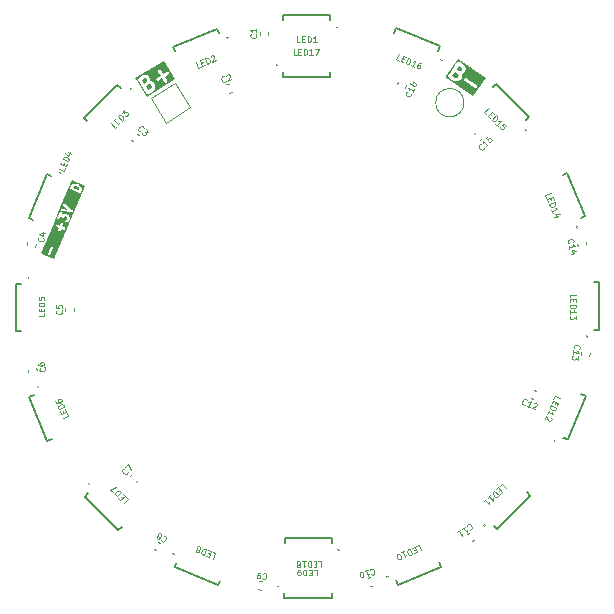
<source format=gbr>
%TF.GenerationSoftware,KiCad,Pcbnew,8.0.5*%
%TF.CreationDate,2025-07-02T22:11:18-04:00*%
%TF.ProjectId,tomorrowland_pendant,746f6d6f-7272-46f7-976c-616e645f7065,rev?*%
%TF.SameCoordinates,Original*%
%TF.FileFunction,Legend,Top*%
%TF.FilePolarity,Positive*%
%FSLAX46Y46*%
G04 Gerber Fmt 4.6, Leading zero omitted, Abs format (unit mm)*
G04 Created by KiCad (PCBNEW 8.0.5) date 2025-07-02 22:11:18*
%MOMM*%
%LPD*%
G01*
G04 APERTURE LIST*
%ADD10C,0.260000*%
%ADD11C,0.200000*%
%ADD12C,0.300000*%
%ADD13C,0.125000*%
%ADD14C,0.100000*%
%ADD15C,0.120000*%
G04 APERTURE END LIST*
D10*
G36*
X137134865Y-88439101D02*
G01*
X137208787Y-88484285D01*
X137274675Y-88589729D01*
X137282881Y-88675980D01*
X137272679Y-88720171D01*
X137227495Y-88794093D01*
X136943781Y-88971377D01*
X136720710Y-88614389D01*
X136960060Y-88464827D01*
X137100022Y-88431057D01*
X137134865Y-88439101D01*
G37*
G36*
X136754322Y-87946924D02*
G01*
X136828244Y-87992108D01*
X136861327Y-88045053D01*
X136869533Y-88131304D01*
X136859331Y-88175495D01*
X136814147Y-88249417D01*
X136582931Y-88393897D01*
X136392665Y-88089407D01*
X136623880Y-87944928D01*
X136710131Y-87936722D01*
X136754322Y-87946924D01*
G37*
G36*
X139220915Y-88025378D02*
G01*
X136815116Y-89528688D01*
X135887431Y-88044081D01*
X136083591Y-88044081D01*
X136091962Y-88094109D01*
X136103284Y-88116941D01*
X136792179Y-89219403D01*
X136807737Y-89239587D01*
X136849032Y-89269042D01*
X136898455Y-89280453D01*
X136948483Y-89272081D01*
X136971315Y-89260759D01*
X137391299Y-88998323D01*
X137411484Y-88982765D01*
X137414195Y-88978963D01*
X137417972Y-88976213D01*
X137433330Y-88955876D01*
X137505522Y-88837769D01*
X137511137Y-88826159D01*
X137513131Y-88823364D01*
X137514606Y-88818986D01*
X137516618Y-88814827D01*
X137517151Y-88811435D01*
X137521270Y-88799214D01*
X137540964Y-88713911D01*
X137542619Y-88701120D01*
X137543627Y-88697838D01*
X137543642Y-88693215D01*
X137544235Y-88688637D01*
X137543668Y-88685254D01*
X137543712Y-88672354D01*
X137530601Y-88534553D01*
X137525712Y-88509541D01*
X137523523Y-88505414D01*
X137522753Y-88500809D01*
X137511431Y-88477977D01*
X137413019Y-88320482D01*
X137397460Y-88300297D01*
X137393658Y-88297585D01*
X137390908Y-88293809D01*
X137370571Y-88278451D01*
X137252463Y-88206259D01*
X137240851Y-88200643D01*
X137238057Y-88198650D01*
X137233679Y-88197174D01*
X137229520Y-88195163D01*
X137226127Y-88194629D01*
X137213907Y-88190511D01*
X137128605Y-88170818D01*
X137127289Y-88170647D01*
X137127616Y-88169235D01*
X137129271Y-88156444D01*
X137130279Y-88153162D01*
X137130294Y-88148539D01*
X137130887Y-88143961D01*
X137130320Y-88140578D01*
X137130364Y-88127678D01*
X137121799Y-88037662D01*
X137612512Y-88037662D01*
X137620883Y-88087689D01*
X137647763Y-88130706D01*
X137689057Y-88160161D01*
X137738481Y-88171571D01*
X137788508Y-88163200D01*
X137811340Y-88151878D01*
X138121080Y-87958331D01*
X138314626Y-88268071D01*
X138330185Y-88288256D01*
X138371479Y-88317711D01*
X138420903Y-88329121D01*
X138470930Y-88320749D01*
X138513947Y-88293870D01*
X138543402Y-88252575D01*
X138554812Y-88203152D01*
X138546440Y-88153124D01*
X138535119Y-88130292D01*
X138341572Y-87820552D01*
X138651312Y-87627007D01*
X138671497Y-87611448D01*
X138700952Y-87570154D01*
X138712362Y-87520730D01*
X138703990Y-87470703D01*
X138677111Y-87427686D01*
X138635816Y-87398231D01*
X138586393Y-87386821D01*
X138536365Y-87395193D01*
X138513533Y-87406514D01*
X138203793Y-87600060D01*
X138010247Y-87290321D01*
X137994689Y-87270136D01*
X137953395Y-87240681D01*
X137903971Y-87229271D01*
X137853944Y-87237642D01*
X137810927Y-87264522D01*
X137781472Y-87305816D01*
X137770062Y-87355240D01*
X137778433Y-87405267D01*
X137789755Y-87428099D01*
X137983301Y-87737839D01*
X137673562Y-87931386D01*
X137653377Y-87946944D01*
X137623922Y-87988238D01*
X137612512Y-88037662D01*
X137121799Y-88037662D01*
X137117253Y-87989877D01*
X137112364Y-87964865D01*
X137110175Y-87960738D01*
X137109405Y-87956132D01*
X137098083Y-87933300D01*
X137032474Y-87828304D01*
X137016916Y-87808120D01*
X137013114Y-87805408D01*
X137010364Y-87801632D01*
X136990027Y-87786274D01*
X136871920Y-87714082D01*
X136860310Y-87708466D01*
X136857515Y-87706473D01*
X136853137Y-87704997D01*
X136848978Y-87702986D01*
X136845586Y-87702452D01*
X136833365Y-87698334D01*
X136748062Y-87678640D01*
X136735271Y-87676984D01*
X136731989Y-87675977D01*
X136727366Y-87675961D01*
X136722788Y-87675369D01*
X136719405Y-87675935D01*
X136706505Y-87675892D01*
X136568704Y-87689003D01*
X136543692Y-87693892D01*
X136539565Y-87696080D01*
X136534959Y-87696851D01*
X136512127Y-87708173D01*
X136144640Y-87937805D01*
X136124456Y-87953363D01*
X136095001Y-87994658D01*
X136083591Y-88044081D01*
X135887431Y-88044081D01*
X135835355Y-87960742D01*
X138241154Y-86457432D01*
X139220915Y-88025378D01*
G37*
D11*
G36*
X130871007Y-97079406D02*
G01*
X130953537Y-97114438D01*
X131060334Y-97195020D01*
X131097938Y-97239150D01*
X131123379Y-97302118D01*
X131116961Y-97382499D01*
X131087951Y-97450843D01*
X130535647Y-97216404D01*
X130564657Y-97148060D01*
X130618019Y-97087607D01*
X130680989Y-97062165D01*
X130738851Y-97058560D01*
X130871007Y-97079406D01*
G37*
G36*
X131581794Y-97055210D02*
G01*
X128955343Y-103242741D01*
X128105100Y-102881834D01*
X128469859Y-102881834D01*
X128484475Y-102918011D01*
X128511823Y-102945841D01*
X128547740Y-102961087D01*
X128586756Y-102961427D01*
X128622933Y-102946811D01*
X128650763Y-102919463D01*
X128660154Y-102902255D01*
X128898314Y-102341186D01*
X128904169Y-102322478D01*
X128904509Y-102283461D01*
X128889893Y-102247284D01*
X128862545Y-102219454D01*
X128826628Y-102204208D01*
X128787612Y-102203868D01*
X128751435Y-102218485D01*
X128723605Y-102245833D01*
X128714213Y-102263040D01*
X128476054Y-102824109D01*
X128470199Y-102842818D01*
X128469859Y-102881834D01*
X128105100Y-102881834D01*
X127850739Y-102773864D01*
X128837864Y-100448342D01*
X129171734Y-100448342D01*
X129186350Y-100484519D01*
X129213698Y-100512349D01*
X129230906Y-100521740D01*
X129419389Y-100601746D01*
X129339383Y-100790232D01*
X129333528Y-100808941D01*
X129333188Y-100847957D01*
X129347804Y-100884134D01*
X129375152Y-100911964D01*
X129411069Y-100927210D01*
X129450085Y-100927550D01*
X129486262Y-100912934D01*
X129514092Y-100885586D01*
X129523483Y-100868378D01*
X129603490Y-100679892D01*
X129791975Y-100759900D01*
X129810683Y-100765755D01*
X129849700Y-100766095D01*
X129885877Y-100751479D01*
X129913707Y-100724131D01*
X129928953Y-100688214D01*
X129929293Y-100649198D01*
X129914676Y-100613021D01*
X129887328Y-100585191D01*
X129870121Y-100575799D01*
X129681636Y-100495792D01*
X129761643Y-100307308D01*
X129767498Y-100288600D01*
X129767838Y-100249583D01*
X129753222Y-100213406D01*
X129725874Y-100185576D01*
X129689957Y-100170330D01*
X129650941Y-100169990D01*
X129614764Y-100184607D01*
X129586933Y-100211955D01*
X129577542Y-100229162D01*
X129497535Y-100417646D01*
X129309052Y-100337640D01*
X129290343Y-100331785D01*
X129251327Y-100331445D01*
X129215150Y-100346061D01*
X129187320Y-100373409D01*
X129172074Y-100409326D01*
X129171734Y-100448342D01*
X128837864Y-100448342D01*
X129107615Y-99812848D01*
X129234559Y-99812848D01*
X129249175Y-99849025D01*
X129276523Y-99876855D01*
X129312440Y-99892101D01*
X129351456Y-99892441D01*
X129387633Y-99877825D01*
X129415463Y-99850477D01*
X129424854Y-99833269D01*
X129532251Y-99580257D01*
X129612628Y-99746420D01*
X129618034Y-99755264D01*
X129619020Y-99757704D01*
X129620357Y-99759065D01*
X129622852Y-99763146D01*
X129634983Y-99773949D01*
X129646368Y-99785535D01*
X129649473Y-99786853D01*
X129651991Y-99789095D01*
X129667326Y-99794430D01*
X129682285Y-99800780D01*
X129685658Y-99800809D01*
X129688842Y-99801917D01*
X129705055Y-99800978D01*
X129721302Y-99801120D01*
X129724428Y-99799856D01*
X129727795Y-99799662D01*
X129742420Y-99792587D01*
X129757478Y-99786504D01*
X129759882Y-99784141D01*
X129762920Y-99782672D01*
X129773720Y-99770543D01*
X129785309Y-99759156D01*
X129787601Y-99754955D01*
X129788869Y-99753532D01*
X129789732Y-99751050D01*
X129794700Y-99741948D01*
X129830130Y-99658477D01*
X129864648Y-99629063D01*
X129884505Y-99621041D01*
X129929767Y-99618221D01*
X130061643Y-99674199D01*
X130091055Y-99708715D01*
X130099079Y-99728575D01*
X130101898Y-99773834D01*
X130031036Y-99940776D01*
X129996518Y-99970190D01*
X129961613Y-99984293D01*
X129944244Y-99993382D01*
X129916415Y-100020731D01*
X129901169Y-100056647D01*
X129900829Y-100095664D01*
X129915445Y-100131841D01*
X129942794Y-100159670D01*
X129978710Y-100174916D01*
X130017727Y-100175256D01*
X130036535Y-100169729D01*
X130086487Y-100149547D01*
X130095278Y-100144946D01*
X130097789Y-100144134D01*
X130100703Y-100142107D01*
X130103856Y-100140458D01*
X130105741Y-100138604D01*
X130113885Y-100132943D01*
X130178722Y-100077694D01*
X130192325Y-100063579D01*
X130193960Y-100060378D01*
X130196522Y-100057861D01*
X130205913Y-100040653D01*
X130295223Y-99830252D01*
X130301078Y-99811544D01*
X130301109Y-99807949D01*
X130302275Y-99804552D01*
X130302979Y-99784961D01*
X130297682Y-99699942D01*
X130296097Y-99690148D01*
X130296121Y-99687507D01*
X130295119Y-99684099D01*
X130294552Y-99680590D01*
X130293390Y-99678215D01*
X130290594Y-99668699D01*
X130270412Y-99618747D01*
X130265812Y-99609957D01*
X130264999Y-99607444D01*
X130262970Y-99604527D01*
X130261323Y-99601378D01*
X130259470Y-99599493D01*
X130253808Y-99591349D01*
X130198560Y-99526514D01*
X130184445Y-99512910D01*
X130181244Y-99511274D01*
X130178727Y-99508713D01*
X130161519Y-99499322D01*
X129986184Y-99424896D01*
X129967475Y-99419042D01*
X129963882Y-99419010D01*
X129960485Y-99417845D01*
X129940894Y-99417140D01*
X129855876Y-99422436D01*
X129846079Y-99424021D01*
X129843440Y-99423998D01*
X129840032Y-99424999D01*
X129836524Y-99425567D01*
X129834150Y-99426727D01*
X129824632Y-99429525D01*
X129774680Y-99449707D01*
X129765888Y-99454307D01*
X129763378Y-99455120D01*
X129760464Y-99457145D01*
X129757311Y-99458796D01*
X129755423Y-99460650D01*
X129747283Y-99466311D01*
X129713306Y-99495262D01*
X129616330Y-99294782D01*
X129610923Y-99285937D01*
X129609938Y-99283498D01*
X129608600Y-99282136D01*
X129606106Y-99278056D01*
X129593973Y-99267251D01*
X129582590Y-99255668D01*
X129579484Y-99254349D01*
X129576966Y-99252107D01*
X129561630Y-99246771D01*
X129546673Y-99240422D01*
X129543298Y-99240392D01*
X129540115Y-99239285D01*
X129523902Y-99240223D01*
X129507657Y-99240082D01*
X129504530Y-99241344D01*
X129501162Y-99241540D01*
X129486531Y-99248616D01*
X129471480Y-99254698D01*
X129469075Y-99257060D01*
X129466038Y-99258530D01*
X129455233Y-99270662D01*
X129443650Y-99282046D01*
X129441359Y-99286243D01*
X129440089Y-99287670D01*
X129439223Y-99290156D01*
X129434259Y-99299254D01*
X129240754Y-99755123D01*
X129234899Y-99773832D01*
X129234559Y-99812848D01*
X129107615Y-99812848D01*
X129393406Y-99139566D01*
X129516298Y-99139566D01*
X129528314Y-99176688D01*
X129553620Y-99206386D01*
X129588366Y-99224140D01*
X129607660Y-99227608D01*
X130448259Y-99294725D01*
X130467859Y-99294363D01*
X130474658Y-99292162D01*
X130481788Y-99291718D01*
X130493052Y-99286207D01*
X130504981Y-99282347D01*
X130510417Y-99277714D01*
X130516838Y-99274574D01*
X130525140Y-99265167D01*
X130534679Y-99257040D01*
X130537927Y-99250681D01*
X130542659Y-99245322D01*
X130546729Y-99233457D01*
X130552433Y-99222295D01*
X130553001Y-99215173D01*
X130555320Y-99208415D01*
X130554540Y-99195900D01*
X130555538Y-99183401D01*
X130553337Y-99176601D01*
X130552893Y-99169472D01*
X130547384Y-99158209D01*
X130543523Y-99146279D01*
X130538890Y-99140842D01*
X130535750Y-99134422D01*
X130522395Y-99120071D01*
X129890186Y-98562018D01*
X129874289Y-98550548D01*
X129837382Y-98537887D01*
X129798439Y-98540313D01*
X129763389Y-98557457D01*
X129737568Y-98586709D01*
X129724907Y-98623616D01*
X129727333Y-98662559D01*
X129744477Y-98697609D01*
X129757832Y-98711960D01*
X130165128Y-99071481D01*
X129623578Y-99028242D01*
X129603978Y-99028604D01*
X129566856Y-99040620D01*
X129537158Y-99065926D01*
X129519404Y-99100672D01*
X129516298Y-99139566D01*
X129393406Y-99139566D01*
X130179335Y-97288034D01*
X130306279Y-97288034D01*
X130320895Y-97324211D01*
X130348243Y-97352041D01*
X130365451Y-97361432D01*
X131101855Y-97674017D01*
X131120563Y-97679872D01*
X131159580Y-97680212D01*
X131195757Y-97665596D01*
X131223587Y-97638248D01*
X131232978Y-97621040D01*
X131307403Y-97445706D01*
X131310365Y-97436238D01*
X131311568Y-97433886D01*
X131312196Y-97430388D01*
X131313258Y-97426997D01*
X131313281Y-97424355D01*
X131315036Y-97414592D01*
X131324624Y-97294506D01*
X131324262Y-97274906D01*
X131323154Y-97271485D01*
X131323186Y-97267894D01*
X131317659Y-97249086D01*
X131277295Y-97149182D01*
X131272695Y-97140392D01*
X131271882Y-97137879D01*
X131269853Y-97134962D01*
X131268206Y-97131813D01*
X131266353Y-97129928D01*
X131260691Y-97121784D01*
X131205443Y-97056949D01*
X131204345Y-97055890D01*
X131203977Y-97055265D01*
X131197571Y-97049362D01*
X131191328Y-97043345D01*
X131190684Y-97043016D01*
X131189561Y-97041981D01*
X131064178Y-96947374D01*
X131061259Y-96945591D01*
X131060227Y-96944541D01*
X131053760Y-96941011D01*
X131047448Y-96937157D01*
X131046016Y-96936785D01*
X131043019Y-96935150D01*
X130937819Y-96890495D01*
X130934559Y-96889474D01*
X130933298Y-96888703D01*
X130926146Y-96886841D01*
X130919111Y-96884640D01*
X130917636Y-96884627D01*
X130914327Y-96883766D01*
X130759174Y-96859293D01*
X130757647Y-96859203D01*
X130756966Y-96858970D01*
X130748306Y-96858658D01*
X130739604Y-96858151D01*
X130738898Y-96858320D01*
X130737375Y-96858266D01*
X130652356Y-96863563D01*
X130642567Y-96865146D01*
X130639922Y-96865123D01*
X130636507Y-96866126D01*
X130633004Y-96866693D01*
X130630633Y-96867852D01*
X130621114Y-96870650D01*
X130521211Y-96911013D01*
X130503842Y-96920103D01*
X130501279Y-96922620D01*
X130498051Y-96924200D01*
X130483700Y-96937555D01*
X130403978Y-97027871D01*
X130398172Y-97035916D01*
X130396290Y-97037767D01*
X130394589Y-97040883D01*
X130392508Y-97043768D01*
X130391649Y-97046269D01*
X130386899Y-97054975D01*
X130312474Y-97230309D01*
X130306619Y-97249018D01*
X130306279Y-97288034D01*
X130179335Y-97288034D01*
X130477189Y-96586333D01*
X131581794Y-97055210D01*
G37*
D12*
G36*
X163130832Y-87558784D02*
G01*
X163212808Y-87667313D01*
X163217872Y-87694640D01*
X163207012Y-87772560D01*
X163141936Y-87867246D01*
X163073083Y-87905310D01*
X163034873Y-87912391D01*
X162956953Y-87901531D01*
X162701616Y-87726043D01*
X162917390Y-87412090D01*
X163130832Y-87558784D01*
G37*
G36*
X163472343Y-87042342D02*
G01*
X163510406Y-87111194D01*
X163517487Y-87149404D01*
X163506627Y-87227323D01*
X163476614Y-87270992D01*
X163407761Y-87309056D01*
X163369551Y-87316137D01*
X163291631Y-87305277D01*
X163087312Y-87164852D01*
X163268022Y-86901917D01*
X163472343Y-87042342D01*
G37*
G36*
X165531791Y-87911728D02*
G01*
X164455619Y-89477569D01*
X162075877Y-87842017D01*
X162130364Y-87762738D01*
X162343050Y-87762738D01*
X162353715Y-87820284D01*
X162385591Y-87869369D01*
X162408076Y-87888320D01*
X162816214Y-88168826D01*
X162841964Y-88183026D01*
X162847233Y-88184146D01*
X162851882Y-88186877D01*
X162880468Y-88193771D01*
X163017566Y-88212880D01*
X163032436Y-88213479D01*
X163036309Y-88214303D01*
X163041618Y-88213850D01*
X163046947Y-88214065D01*
X163050781Y-88213068D01*
X163065608Y-88211804D01*
X163151689Y-88195850D01*
X163165982Y-88191718D01*
X163169921Y-88191274D01*
X163174817Y-88189164D01*
X163179938Y-88187684D01*
X163183260Y-88185526D01*
X163196926Y-88179638D01*
X163318070Y-88112667D01*
X163342286Y-88095986D01*
X163345644Y-88091772D01*
X163346944Y-88090928D01*
X163694920Y-88090928D01*
X163705585Y-88148474D01*
X163737461Y-88197559D01*
X163759946Y-88216510D01*
X164576223Y-88777522D01*
X164601973Y-88791722D01*
X164659221Y-88803890D01*
X164716767Y-88793225D01*
X164765852Y-88761349D01*
X164799003Y-88713114D01*
X164811171Y-88655866D01*
X164800506Y-88598320D01*
X164768630Y-88549235D01*
X164746145Y-88530284D01*
X163929868Y-87969272D01*
X163904118Y-87955072D01*
X163846870Y-87942904D01*
X163789324Y-87953569D01*
X163740239Y-87985445D01*
X163707088Y-88033680D01*
X163694920Y-88090928D01*
X163346944Y-88090928D01*
X163350166Y-88088837D01*
X163369117Y-88066352D01*
X163474307Y-87913300D01*
X163488507Y-87887551D01*
X163489627Y-87882279D01*
X163492358Y-87877632D01*
X163499252Y-87849046D01*
X163518361Y-87711948D01*
X163518960Y-87697077D01*
X163519784Y-87693205D01*
X163519331Y-87687895D01*
X163519546Y-87682567D01*
X163518549Y-87678732D01*
X163517285Y-87663906D01*
X163504519Y-87595028D01*
X163504599Y-87595020D01*
X163509495Y-87592910D01*
X163514616Y-87591430D01*
X163517938Y-87589272D01*
X163531604Y-87583384D01*
X163652748Y-87516413D01*
X163676964Y-87499732D01*
X163680322Y-87495518D01*
X163684844Y-87492583D01*
X163703795Y-87470098D01*
X163773922Y-87368063D01*
X163788122Y-87342314D01*
X163789242Y-87337042D01*
X163791973Y-87332395D01*
X163798867Y-87303809D01*
X163817976Y-87166711D01*
X163818575Y-87151840D01*
X163819399Y-87147968D01*
X163818946Y-87142658D01*
X163819161Y-87137330D01*
X163818164Y-87133495D01*
X163816900Y-87118669D01*
X163800946Y-87032589D01*
X163796814Y-87018295D01*
X163796370Y-87014357D01*
X163794260Y-87009461D01*
X163792780Y-87004340D01*
X163790621Y-87001015D01*
X163784733Y-86987351D01*
X163717761Y-86866207D01*
X163701081Y-86841991D01*
X163696866Y-86838630D01*
X163693932Y-86834112D01*
X163671447Y-86815161D01*
X163314326Y-86569718D01*
X163288576Y-86555518D01*
X163231328Y-86543350D01*
X163173782Y-86554015D01*
X163124697Y-86585891D01*
X163105746Y-86608376D01*
X162369418Y-87679740D01*
X162355218Y-87705490D01*
X162343050Y-87762738D01*
X162130364Y-87762738D01*
X163152049Y-86276177D01*
X165531791Y-87911728D01*
G37*
D13*
X166688131Y-122469104D02*
X166856490Y-122300745D01*
X166856490Y-122300745D02*
X167210044Y-122654299D01*
X166755475Y-122772150D02*
X166637624Y-122890001D01*
X166401921Y-122755314D02*
X166570280Y-122586955D01*
X166570280Y-122586955D02*
X166923834Y-122940509D01*
X166923834Y-122940509D02*
X166755475Y-123108867D01*
X166250398Y-122906837D02*
X166603952Y-123260390D01*
X166603952Y-123260390D02*
X166519773Y-123344570D01*
X166519773Y-123344570D02*
X166452429Y-123378241D01*
X166452429Y-123378241D02*
X166385085Y-123378241D01*
X166385085Y-123378241D02*
X166334578Y-123361405D01*
X166334578Y-123361405D02*
X166250398Y-123310898D01*
X166250398Y-123310898D02*
X166199891Y-123260390D01*
X166199891Y-123260390D02*
X166149383Y-123176211D01*
X166149383Y-123176211D02*
X166132547Y-123125703D01*
X166132547Y-123125703D02*
X166132547Y-123058360D01*
X166132547Y-123058360D02*
X166166219Y-122991016D01*
X166166219Y-122991016D02*
X166250398Y-122906837D01*
X165711650Y-123445585D02*
X165913681Y-123243554D01*
X165812666Y-123344570D02*
X166166219Y-123698123D01*
X166166219Y-123698123D02*
X166149383Y-123613944D01*
X166149383Y-123613944D02*
X166149383Y-123546600D01*
X166149383Y-123546600D02*
X166166219Y-123496092D01*
X165374933Y-123782302D02*
X165576964Y-123580272D01*
X165475949Y-123681287D02*
X165829502Y-124034840D01*
X165829502Y-124034840D02*
X165812666Y-123950661D01*
X165812666Y-123950661D02*
X165812666Y-123883317D01*
X165812666Y-123883317D02*
X165829502Y-123832810D01*
X159211793Y-89240407D02*
X159223860Y-89271842D01*
X159223860Y-89271842D02*
X159216559Y-89346779D01*
X159216559Y-89346779D02*
X159197190Y-89390281D01*
X159197190Y-89390281D02*
X159146387Y-89445850D01*
X159146387Y-89445850D02*
X159083516Y-89469984D01*
X159083516Y-89469984D02*
X159030330Y-89472367D01*
X159030330Y-89472367D02*
X158933641Y-89455381D01*
X158933641Y-89455381D02*
X158868388Y-89426329D01*
X158868388Y-89426329D02*
X158791068Y-89365841D01*
X158791068Y-89365841D02*
X158757250Y-89324721D01*
X158757250Y-89324721D02*
X158733116Y-89261851D01*
X158733116Y-89261851D02*
X158740418Y-89186913D01*
X158740418Y-89186913D02*
X158759786Y-89143411D01*
X158759786Y-89143411D02*
X158810590Y-89087842D01*
X158810590Y-89087842D02*
X158842025Y-89075775D01*
X159448980Y-88824753D02*
X159332769Y-89085766D01*
X159390875Y-88955260D02*
X158934102Y-88751891D01*
X158934102Y-88751891D02*
X158979987Y-88824446D01*
X158979987Y-88824446D02*
X159004120Y-88887317D01*
X159004120Y-88887317D02*
X159006503Y-88940503D01*
X159166523Y-88229866D02*
X159127786Y-88316870D01*
X159127786Y-88316870D02*
X159130168Y-88370057D01*
X159130168Y-88370057D02*
X159142235Y-88401492D01*
X159142235Y-88401492D02*
X159188120Y-88474047D01*
X159188120Y-88474047D02*
X159265440Y-88534535D01*
X159265440Y-88534535D02*
X159439449Y-88612008D01*
X159439449Y-88612008D02*
X159492635Y-88609626D01*
X159492635Y-88609626D02*
X159524071Y-88597559D01*
X159524071Y-88597559D02*
X159565190Y-88563741D01*
X159565190Y-88563741D02*
X159603927Y-88476736D01*
X159603927Y-88476736D02*
X159601544Y-88423550D01*
X159601544Y-88423550D02*
X159589477Y-88392115D01*
X159589477Y-88392115D02*
X159555659Y-88350995D01*
X159555659Y-88350995D02*
X159446904Y-88302574D01*
X159446904Y-88302574D02*
X159393718Y-88304957D01*
X159393718Y-88304957D02*
X159362282Y-88317024D01*
X159362282Y-88317024D02*
X159321163Y-88350842D01*
X159321163Y-88350842D02*
X159282426Y-88437846D01*
X159282426Y-88437846D02*
X159284809Y-88491032D01*
X159284809Y-88491032D02*
X159296876Y-88522468D01*
X159296876Y-88522468D02*
X159330693Y-88563587D01*
X146053536Y-84224898D02*
X146077346Y-84248707D01*
X146077346Y-84248707D02*
X146101155Y-84320136D01*
X146101155Y-84320136D02*
X146101155Y-84367755D01*
X146101155Y-84367755D02*
X146077346Y-84439183D01*
X146077346Y-84439183D02*
X146029726Y-84486802D01*
X146029726Y-84486802D02*
X145982107Y-84510612D01*
X145982107Y-84510612D02*
X145886869Y-84534421D01*
X145886869Y-84534421D02*
X145815441Y-84534421D01*
X145815441Y-84534421D02*
X145720203Y-84510612D01*
X145720203Y-84510612D02*
X145672584Y-84486802D01*
X145672584Y-84486802D02*
X145624965Y-84439183D01*
X145624965Y-84439183D02*
X145601155Y-84367755D01*
X145601155Y-84367755D02*
X145601155Y-84320136D01*
X145601155Y-84320136D02*
X145624965Y-84248707D01*
X145624965Y-84248707D02*
X145648774Y-84224898D01*
X146101155Y-83748707D02*
X146101155Y-84034421D01*
X146101155Y-83891564D02*
X145601155Y-83891564D01*
X145601155Y-83891564D02*
X145672584Y-83939183D01*
X145672584Y-83939183D02*
X145720203Y-83986802D01*
X145720203Y-83986802D02*
X145744012Y-84034421D01*
X155730961Y-129557221D02*
X155747797Y-129528060D01*
X155747797Y-129528060D02*
X155810629Y-129486575D01*
X155810629Y-129486575D02*
X155856626Y-129474250D01*
X155856626Y-129474250D02*
X155931783Y-129478761D01*
X155931783Y-129478761D02*
X155990104Y-129512433D01*
X155990104Y-129512433D02*
X156025427Y-129552267D01*
X156025427Y-129552267D02*
X156073074Y-129638098D01*
X156073074Y-129638098D02*
X156091562Y-129707093D01*
X156091562Y-129707093D02*
X156093213Y-129805248D01*
X156093213Y-129805248D02*
X156082539Y-129857407D01*
X156082539Y-129857407D02*
X156048867Y-129915728D01*
X156048867Y-129915728D02*
X155986035Y-129957213D01*
X155986035Y-129957213D02*
X155940039Y-129969538D01*
X155940039Y-129969538D02*
X155864882Y-129965027D01*
X155864882Y-129965027D02*
X155835721Y-129948191D01*
X155258672Y-129634472D02*
X155534650Y-129560523D01*
X155396661Y-129597497D02*
X155526070Y-130080460D01*
X155526070Y-130080460D02*
X155553580Y-129999141D01*
X155553580Y-129999141D02*
X155587252Y-129940820D01*
X155587252Y-129940820D02*
X155627086Y-129905497D01*
X155089104Y-130197545D02*
X155043108Y-130209870D01*
X155043108Y-130209870D02*
X154990949Y-130199196D01*
X154990949Y-130199196D02*
X154961789Y-130182360D01*
X154961789Y-130182360D02*
X154926466Y-130142526D01*
X154926466Y-130142526D02*
X154878818Y-130056696D01*
X154878818Y-130056696D02*
X154848006Y-129941705D01*
X154848006Y-129941705D02*
X154846355Y-129843549D01*
X154846355Y-129843549D02*
X154857028Y-129791390D01*
X154857028Y-129791390D02*
X154873864Y-129762230D01*
X154873864Y-129762230D02*
X154913698Y-129726907D01*
X154913698Y-129726907D02*
X154959695Y-129714582D01*
X154959695Y-129714582D02*
X155011854Y-129725256D01*
X155011854Y-129725256D02*
X155041014Y-129742092D01*
X155041014Y-129742092D02*
X155076337Y-129781926D01*
X155076337Y-129781926D02*
X155123985Y-129867756D01*
X155123985Y-129867756D02*
X155154797Y-129982747D01*
X155154797Y-129982747D02*
X155156448Y-130080903D01*
X155156448Y-130080903D02*
X155145774Y-130133062D01*
X155145774Y-130133062D02*
X155128939Y-130162222D01*
X155128939Y-130162222D02*
X155089104Y-130197545D01*
X158181226Y-86446764D02*
X157961254Y-86355649D01*
X157961254Y-86355649D02*
X158152596Y-85893709D01*
X158435432Y-86268576D02*
X158589412Y-86332357D01*
X158555177Y-86601660D02*
X158335206Y-86510545D01*
X158335206Y-86510545D02*
X158526547Y-86048605D01*
X158526547Y-86048605D02*
X158746519Y-86139720D01*
X158753151Y-86683663D02*
X158944493Y-86221724D01*
X158944493Y-86221724D02*
X159054478Y-86267281D01*
X159054478Y-86267281D02*
X159111358Y-86316613D01*
X159111358Y-86316613D02*
X159137130Y-86378830D01*
X159137130Y-86378830D02*
X159140904Y-86431936D01*
X159140904Y-86431936D02*
X159126455Y-86529036D01*
X159126455Y-86529036D02*
X159099120Y-86595027D01*
X159099120Y-86595027D02*
X159040677Y-86673904D01*
X159040677Y-86673904D02*
X159000457Y-86708787D01*
X159000457Y-86708787D02*
X158938240Y-86734558D01*
X158938240Y-86734558D02*
X158863137Y-86729221D01*
X158863137Y-86729221D02*
X158753151Y-86683663D01*
X159457059Y-86975232D02*
X159193094Y-86865894D01*
X159325077Y-86920563D02*
X159516418Y-86458623D01*
X159516418Y-86458623D02*
X159445089Y-86506391D01*
X159445089Y-86506391D02*
X159382872Y-86532163D01*
X159382872Y-86532163D02*
X159329766Y-86535937D01*
X160044349Y-86677299D02*
X159956360Y-86640853D01*
X159956360Y-86640853D02*
X159903255Y-86644627D01*
X159903255Y-86644627D02*
X159872146Y-86657513D01*
X159872146Y-86657513D02*
X159800817Y-86705281D01*
X159800817Y-86705281D02*
X159742374Y-86784158D01*
X159742374Y-86784158D02*
X159669482Y-86960135D01*
X159669482Y-86960135D02*
X159673256Y-87013241D01*
X159673256Y-87013241D02*
X159686142Y-87044350D01*
X159686142Y-87044350D02*
X159721024Y-87084570D01*
X159721024Y-87084570D02*
X159809013Y-87121016D01*
X159809013Y-87121016D02*
X159862119Y-87117242D01*
X159862119Y-87117242D02*
X159893227Y-87104356D01*
X159893227Y-87104356D02*
X159933448Y-87069473D01*
X159933448Y-87069473D02*
X159979005Y-86959488D01*
X159979005Y-86959488D02*
X159975231Y-86906382D01*
X159975231Y-86906382D02*
X159962345Y-86875273D01*
X159962345Y-86875273D02*
X159927463Y-86835053D01*
X159927463Y-86835053D02*
X159839474Y-86798607D01*
X159839474Y-86798607D02*
X159786368Y-86802381D01*
X159786368Y-86802381D02*
X159755260Y-86815267D01*
X159755260Y-86815267D02*
X159715040Y-86850150D01*
X128156375Y-107853177D02*
X128156375Y-108091272D01*
X128156375Y-108091272D02*
X127656375Y-108091272D01*
X127894470Y-107686510D02*
X127894470Y-107519843D01*
X128156375Y-107448415D02*
X128156375Y-107686510D01*
X128156375Y-107686510D02*
X127656375Y-107686510D01*
X127656375Y-107686510D02*
X127656375Y-107448415D01*
X128156375Y-107234129D02*
X127656375Y-107234129D01*
X127656375Y-107234129D02*
X127656375Y-107115081D01*
X127656375Y-107115081D02*
X127680185Y-107043653D01*
X127680185Y-107043653D02*
X127727804Y-106996034D01*
X127727804Y-106996034D02*
X127775423Y-106972224D01*
X127775423Y-106972224D02*
X127870661Y-106948415D01*
X127870661Y-106948415D02*
X127942089Y-106948415D01*
X127942089Y-106948415D02*
X128037327Y-106972224D01*
X128037327Y-106972224D02*
X128084946Y-106996034D01*
X128084946Y-106996034D02*
X128132566Y-107043653D01*
X128132566Y-107043653D02*
X128156375Y-107115081D01*
X128156375Y-107115081D02*
X128156375Y-107234129D01*
X127656375Y-106496034D02*
X127656375Y-106734129D01*
X127656375Y-106734129D02*
X127894470Y-106757938D01*
X127894470Y-106757938D02*
X127870661Y-106734129D01*
X127870661Y-106734129D02*
X127846851Y-106686510D01*
X127846851Y-106686510D02*
X127846851Y-106567462D01*
X127846851Y-106567462D02*
X127870661Y-106519843D01*
X127870661Y-106519843D02*
X127894470Y-106496034D01*
X127894470Y-106496034D02*
X127942089Y-106472224D01*
X127942089Y-106472224D02*
X128061137Y-106472224D01*
X128061137Y-106472224D02*
X128108756Y-106496034D01*
X128108756Y-106496034D02*
X128132566Y-106519843D01*
X128132566Y-106519843D02*
X128156375Y-106567462D01*
X128156375Y-106567462D02*
X128156375Y-106686510D01*
X128156375Y-106686510D02*
X128132566Y-106734129D01*
X128132566Y-106734129D02*
X128108756Y-106757938D01*
X136274381Y-92448104D02*
X136240709Y-92448104D01*
X136240709Y-92448104D02*
X136173365Y-92414432D01*
X136173365Y-92414432D02*
X136139694Y-92380760D01*
X136139694Y-92380760D02*
X136106022Y-92313417D01*
X136106022Y-92313417D02*
X136106022Y-92246073D01*
X136106022Y-92246073D02*
X136122858Y-92195566D01*
X136122858Y-92195566D02*
X136173365Y-92111386D01*
X136173365Y-92111386D02*
X136223873Y-92060879D01*
X136223873Y-92060879D02*
X136308052Y-92010371D01*
X136308052Y-92010371D02*
X136358560Y-91993535D01*
X136358560Y-91993535D02*
X136425903Y-91993535D01*
X136425903Y-91993535D02*
X136493247Y-92027207D01*
X136493247Y-92027207D02*
X136526919Y-92060879D01*
X136526919Y-92060879D02*
X136560590Y-92128222D01*
X136560590Y-92128222D02*
X136560590Y-92161894D01*
X136712113Y-92246073D02*
X136930980Y-92464940D01*
X136930980Y-92464940D02*
X136678442Y-92481775D01*
X136678442Y-92481775D02*
X136728949Y-92532283D01*
X136728949Y-92532283D02*
X136745785Y-92582791D01*
X136745785Y-92582791D02*
X136745785Y-92616462D01*
X136745785Y-92616462D02*
X136728949Y-92666970D01*
X136728949Y-92666970D02*
X136644770Y-92751149D01*
X136644770Y-92751149D02*
X136594262Y-92767985D01*
X136594262Y-92767985D02*
X136560590Y-92767985D01*
X136560590Y-92767985D02*
X136510083Y-92751149D01*
X136510083Y-92751149D02*
X136409068Y-92650134D01*
X136409068Y-92650134D02*
X136392232Y-92599627D01*
X136392232Y-92599627D02*
X136392232Y-92565955D01*
X172643624Y-106508727D02*
X172643624Y-106270632D01*
X172643624Y-106270632D02*
X173143624Y-106270632D01*
X172905529Y-106675394D02*
X172905529Y-106842061D01*
X172643624Y-106913489D02*
X172643624Y-106675394D01*
X172643624Y-106675394D02*
X173143624Y-106675394D01*
X173143624Y-106675394D02*
X173143624Y-106913489D01*
X172643624Y-107127775D02*
X173143624Y-107127775D01*
X173143624Y-107127775D02*
X173143624Y-107246823D01*
X173143624Y-107246823D02*
X173119814Y-107318251D01*
X173119814Y-107318251D02*
X173072195Y-107365870D01*
X173072195Y-107365870D02*
X173024576Y-107389680D01*
X173024576Y-107389680D02*
X172929338Y-107413489D01*
X172929338Y-107413489D02*
X172857910Y-107413489D01*
X172857910Y-107413489D02*
X172762672Y-107389680D01*
X172762672Y-107389680D02*
X172715053Y-107365870D01*
X172715053Y-107365870D02*
X172667434Y-107318251D01*
X172667434Y-107318251D02*
X172643624Y-107246823D01*
X172643624Y-107246823D02*
X172643624Y-107127775D01*
X172643624Y-107889680D02*
X172643624Y-107603966D01*
X172643624Y-107746823D02*
X173143624Y-107746823D01*
X173143624Y-107746823D02*
X173072195Y-107699204D01*
X173072195Y-107699204D02*
X173024576Y-107651585D01*
X173024576Y-107651585D02*
X173000767Y-107603966D01*
X173143624Y-108056346D02*
X173143624Y-108365870D01*
X173143624Y-108365870D02*
X172953148Y-108199203D01*
X172953148Y-108199203D02*
X172953148Y-108270632D01*
X172953148Y-108270632D02*
X172929338Y-108318251D01*
X172929338Y-108318251D02*
X172905529Y-108342060D01*
X172905529Y-108342060D02*
X172857910Y-108365870D01*
X172857910Y-108365870D02*
X172738862Y-108365870D01*
X172738862Y-108365870D02*
X172691243Y-108342060D01*
X172691243Y-108342060D02*
X172667434Y-108318251D01*
X172667434Y-108318251D02*
X172643624Y-108270632D01*
X172643624Y-108270632D02*
X172643624Y-108127775D01*
X172643624Y-108127775D02*
X172667434Y-108080156D01*
X172667434Y-108080156D02*
X172691243Y-108056346D01*
X172536658Y-101912551D02*
X172507796Y-101895209D01*
X172507796Y-101895209D02*
X172467413Y-101831662D01*
X172467413Y-101831662D02*
X172455893Y-101785458D01*
X172455893Y-101785458D02*
X172461715Y-101710391D01*
X172461715Y-101710391D02*
X172496400Y-101652666D01*
X172496400Y-101652666D02*
X172536844Y-101618044D01*
X172536844Y-101618044D02*
X172623493Y-101571902D01*
X172623493Y-101571902D02*
X172692800Y-101554621D01*
X172692800Y-101554621D02*
X172790969Y-101554683D01*
X172790969Y-101554683D02*
X172842934Y-101566266D01*
X172842934Y-101566266D02*
X172900658Y-101600950D01*
X172900658Y-101600950D02*
X172941041Y-101664497D01*
X172941041Y-101664497D02*
X172952561Y-101710701D01*
X172952561Y-101710701D02*
X172946739Y-101785768D01*
X172946739Y-101785768D02*
X172929397Y-101814631D01*
X172605654Y-102386117D02*
X172536534Y-102108890D01*
X172571094Y-102247503D02*
X173056242Y-102126542D01*
X173056242Y-102126542D02*
X172975415Y-102097618D01*
X172975415Y-102097618D02*
X172917690Y-102062934D01*
X172917690Y-102062934D02*
X172883068Y-102022489D01*
X173032767Y-102721317D02*
X172709335Y-102801958D01*
X173188785Y-102559725D02*
X172813450Y-102530615D01*
X172813450Y-102530615D02*
X172888331Y-102830944D01*
X128072338Y-101499918D02*
X128090677Y-101528157D01*
X128090677Y-101528157D02*
X128099115Y-101602975D01*
X128099115Y-101602975D02*
X128089215Y-101649553D01*
X128089215Y-101649553D02*
X128051075Y-101714471D01*
X128051075Y-101714471D02*
X127994596Y-101751149D01*
X127994596Y-101751149D02*
X127943067Y-101764537D01*
X127943067Y-101764537D02*
X127844960Y-101768026D01*
X127844960Y-101768026D02*
X127775092Y-101753175D01*
X127775092Y-101753175D02*
X127686885Y-101710084D01*
X127686885Y-101710084D02*
X127645257Y-101676895D01*
X127645257Y-101676895D02*
X127608579Y-101620416D01*
X127608579Y-101620416D02*
X127600141Y-101545598D01*
X127600141Y-101545598D02*
X127610042Y-101499019D01*
X127610042Y-101499019D02*
X127648182Y-101434102D01*
X127648182Y-101434102D02*
X127676421Y-101415763D01*
X127881972Y-101021308D02*
X128208021Y-101090612D01*
X127670907Y-101098152D02*
X127995494Y-101288852D01*
X127995494Y-101288852D02*
X128059848Y-100986092D01*
X141376663Y-86961262D02*
X141156692Y-87052377D01*
X141156692Y-87052377D02*
X140965350Y-86590437D01*
X141430417Y-86655513D02*
X141584397Y-86591732D01*
X141750615Y-86806366D02*
X141530643Y-86897481D01*
X141530643Y-86897481D02*
X141339302Y-86435541D01*
X141339302Y-86435541D02*
X141559273Y-86344426D01*
X141948589Y-86724362D02*
X141757247Y-86262423D01*
X141757247Y-86262423D02*
X141867233Y-86216865D01*
X141867233Y-86216865D02*
X141942336Y-86211528D01*
X141942336Y-86211528D02*
X142004553Y-86237299D01*
X142004553Y-86237299D02*
X142044773Y-86272182D01*
X142044773Y-86272182D02*
X142103216Y-86351059D01*
X142103216Y-86351059D02*
X142130551Y-86417050D01*
X142130551Y-86417050D02*
X142145000Y-86514150D01*
X142145000Y-86514150D02*
X142141226Y-86567256D01*
X142141226Y-86567256D02*
X142115455Y-86629473D01*
X142115455Y-86629473D02*
X142058575Y-86678805D01*
X142058575Y-86678805D02*
X141948589Y-86724362D01*
X142215413Y-86124187D02*
X142228299Y-86093078D01*
X142228299Y-86093078D02*
X142263181Y-86052858D01*
X142263181Y-86052858D02*
X142373167Y-86007300D01*
X142373167Y-86007300D02*
X142426273Y-86011074D01*
X142426273Y-86011074D02*
X142457381Y-86023960D01*
X142457381Y-86023960D02*
X142497601Y-86058843D01*
X142497601Y-86058843D02*
X142515825Y-86102837D01*
X142515825Y-86102837D02*
X142521162Y-86177940D01*
X142521162Y-86177940D02*
X142366534Y-86551244D01*
X142366534Y-86551244D02*
X142652497Y-86432794D01*
X163922236Y-125829285D02*
X163927504Y-125796028D01*
X163927504Y-125796028D02*
X163971296Y-125734781D01*
X163971296Y-125734781D02*
X164009820Y-125706791D01*
X164009820Y-125706791D02*
X164081602Y-125684068D01*
X164081602Y-125684068D02*
X164148117Y-125694603D01*
X164148117Y-125694603D02*
X164195369Y-125719133D01*
X164195369Y-125719133D02*
X164270611Y-125782187D01*
X164270611Y-125782187D02*
X164312595Y-125839974D01*
X164312595Y-125839974D02*
X164349312Y-125931018D01*
X164349312Y-125931018D02*
X164358040Y-125983538D01*
X164358040Y-125983538D02*
X164347505Y-126050052D01*
X164347505Y-126050052D02*
X164303713Y-126111299D01*
X164303713Y-126111299D02*
X164265188Y-126139289D01*
X164265188Y-126139289D02*
X164193407Y-126162011D01*
X164193407Y-126162011D02*
X164160149Y-126156744D01*
X163509000Y-126070658D02*
X163740148Y-125902719D01*
X163624574Y-125986688D02*
X163918467Y-126391197D01*
X163918467Y-126391197D02*
X163915007Y-126305420D01*
X163915007Y-126305420D02*
X163925542Y-126238906D01*
X163925542Y-126238906D02*
X163950071Y-126191654D01*
X163123755Y-126350555D02*
X163354902Y-126182617D01*
X163239328Y-126266586D02*
X163533221Y-126671094D01*
X163533221Y-126671094D02*
X163529761Y-126585318D01*
X163529761Y-126585318D02*
X163540296Y-126518803D01*
X163540296Y-126518803D02*
X163564826Y-126471551D01*
X170647622Y-98056692D02*
X170556507Y-97836721D01*
X170556507Y-97836721D02*
X171018447Y-97645379D01*
X170953371Y-98110446D02*
X171017152Y-98264426D01*
X170802518Y-98430644D02*
X170711403Y-98210672D01*
X170711403Y-98210672D02*
X171173343Y-98019331D01*
X171173343Y-98019331D02*
X171264458Y-98239302D01*
X170884522Y-98628618D02*
X171346461Y-98437276D01*
X171346461Y-98437276D02*
X171392019Y-98547262D01*
X171392019Y-98547262D02*
X171397356Y-98622365D01*
X171397356Y-98622365D02*
X171371585Y-98684582D01*
X171371585Y-98684582D02*
X171336702Y-98724802D01*
X171336702Y-98724802D02*
X171257825Y-98783245D01*
X171257825Y-98783245D02*
X171191834Y-98810580D01*
X171191834Y-98810580D02*
X171094734Y-98825029D01*
X171094734Y-98825029D02*
X171041628Y-98821255D01*
X171041628Y-98821255D02*
X170979411Y-98795483D01*
X170979411Y-98795483D02*
X170930079Y-98738604D01*
X170930079Y-98738604D02*
X170884522Y-98628618D01*
X171176090Y-99332526D02*
X171066752Y-99068560D01*
X171121421Y-99200543D02*
X171583361Y-99009202D01*
X171583361Y-99009202D02*
X171499146Y-98992542D01*
X171499146Y-98992542D02*
X171436929Y-98966771D01*
X171436929Y-98966771D02*
X171396709Y-98931888D01*
X171648057Y-99600913D02*
X171340097Y-99728474D01*
X171778476Y-99418035D02*
X171402962Y-99444722D01*
X171402962Y-99444722D02*
X171521411Y-99730685D01*
X135209434Y-121284102D02*
X135209434Y-121317774D01*
X135209434Y-121317774D02*
X135175762Y-121385118D01*
X135175762Y-121385118D02*
X135142090Y-121418789D01*
X135142090Y-121418789D02*
X135074747Y-121452461D01*
X135074747Y-121452461D02*
X135007403Y-121452461D01*
X135007403Y-121452461D02*
X134956896Y-121435625D01*
X134956896Y-121435625D02*
X134872716Y-121385118D01*
X134872716Y-121385118D02*
X134822209Y-121334610D01*
X134822209Y-121334610D02*
X134771701Y-121250431D01*
X134771701Y-121250431D02*
X134754865Y-121199923D01*
X134754865Y-121199923D02*
X134754865Y-121132580D01*
X134754865Y-121132580D02*
X134788537Y-121065236D01*
X134788537Y-121065236D02*
X134822209Y-121031564D01*
X134822209Y-121031564D02*
X134889552Y-120997893D01*
X134889552Y-120997893D02*
X134923224Y-120997893D01*
X135007403Y-120846370D02*
X135243105Y-120610667D01*
X135243105Y-120610667D02*
X135445136Y-121115744D01*
X150953177Y-129543624D02*
X151191272Y-129543624D01*
X151191272Y-129543624D02*
X151191272Y-130043624D01*
X150786510Y-129805529D02*
X150619843Y-129805529D01*
X150548415Y-129543624D02*
X150786510Y-129543624D01*
X150786510Y-129543624D02*
X150786510Y-130043624D01*
X150786510Y-130043624D02*
X150548415Y-130043624D01*
X150334129Y-129543624D02*
X150334129Y-130043624D01*
X150334129Y-130043624D02*
X150215081Y-130043624D01*
X150215081Y-130043624D02*
X150143653Y-130019814D01*
X150143653Y-130019814D02*
X150096034Y-129972195D01*
X150096034Y-129972195D02*
X150072224Y-129924576D01*
X150072224Y-129924576D02*
X150048415Y-129829338D01*
X150048415Y-129829338D02*
X150048415Y-129757910D01*
X150048415Y-129757910D02*
X150072224Y-129662672D01*
X150072224Y-129662672D02*
X150096034Y-129615053D01*
X150096034Y-129615053D02*
X150143653Y-129567434D01*
X150143653Y-129567434D02*
X150215081Y-129543624D01*
X150215081Y-129543624D02*
X150334129Y-129543624D01*
X149810319Y-129543624D02*
X149715081Y-129543624D01*
X149715081Y-129543624D02*
X149667462Y-129567434D01*
X149667462Y-129567434D02*
X149643653Y-129591243D01*
X149643653Y-129591243D02*
X149596034Y-129662672D01*
X149596034Y-129662672D02*
X149572224Y-129757910D01*
X149572224Y-129757910D02*
X149572224Y-129948386D01*
X149572224Y-129948386D02*
X149596034Y-129996005D01*
X149596034Y-129996005D02*
X149619843Y-130019814D01*
X149619843Y-130019814D02*
X149667462Y-130043624D01*
X149667462Y-130043624D02*
X149762700Y-130043624D01*
X149762700Y-130043624D02*
X149810319Y-130019814D01*
X149810319Y-130019814D02*
X149834129Y-129996005D01*
X149834129Y-129996005D02*
X149857938Y-129948386D01*
X149857938Y-129948386D02*
X149857938Y-129829338D01*
X149857938Y-129829338D02*
X149834129Y-129781719D01*
X149834129Y-129781719D02*
X149810319Y-129757910D01*
X149810319Y-129757910D02*
X149762700Y-129734100D01*
X149762700Y-129734100D02*
X149667462Y-129734100D01*
X149667462Y-129734100D02*
X149619843Y-129757910D01*
X149619843Y-129757910D02*
X149596034Y-129781719D01*
X149596034Y-129781719D02*
X149572224Y-129829338D01*
X149498727Y-85946375D02*
X149260632Y-85946375D01*
X149260632Y-85946375D02*
X149260632Y-85446375D01*
X149665394Y-85684470D02*
X149832061Y-85684470D01*
X149903489Y-85946375D02*
X149665394Y-85946375D01*
X149665394Y-85946375D02*
X149665394Y-85446375D01*
X149665394Y-85446375D02*
X149903489Y-85446375D01*
X150117775Y-85946375D02*
X150117775Y-85446375D01*
X150117775Y-85446375D02*
X150236823Y-85446375D01*
X150236823Y-85446375D02*
X150308251Y-85470185D01*
X150308251Y-85470185D02*
X150355870Y-85517804D01*
X150355870Y-85517804D02*
X150379680Y-85565423D01*
X150379680Y-85565423D02*
X150403489Y-85660661D01*
X150403489Y-85660661D02*
X150403489Y-85732089D01*
X150403489Y-85732089D02*
X150379680Y-85827327D01*
X150379680Y-85827327D02*
X150355870Y-85874946D01*
X150355870Y-85874946D02*
X150308251Y-85922566D01*
X150308251Y-85922566D02*
X150236823Y-85946375D01*
X150236823Y-85946375D02*
X150117775Y-85946375D01*
X150879680Y-85946375D02*
X150593966Y-85946375D01*
X150736823Y-85946375D02*
X150736823Y-85446375D01*
X150736823Y-85446375D02*
X150689204Y-85517804D01*
X150689204Y-85517804D02*
X150641585Y-85565423D01*
X150641585Y-85565423D02*
X150593966Y-85589232D01*
X151046346Y-85446375D02*
X151379679Y-85446375D01*
X151379679Y-85446375D02*
X151165394Y-85946375D01*
X129603534Y-107594902D02*
X129627344Y-107618711D01*
X129627344Y-107618711D02*
X129651153Y-107690140D01*
X129651153Y-107690140D02*
X129651153Y-107737759D01*
X129651153Y-107737759D02*
X129627344Y-107809187D01*
X129627344Y-107809187D02*
X129579724Y-107856806D01*
X129579724Y-107856806D02*
X129532105Y-107880616D01*
X129532105Y-107880616D02*
X129436867Y-107904425D01*
X129436867Y-107904425D02*
X129365439Y-107904425D01*
X129365439Y-107904425D02*
X129270201Y-107880616D01*
X129270201Y-107880616D02*
X129222582Y-107856806D01*
X129222582Y-107856806D02*
X129174963Y-107809187D01*
X129174963Y-107809187D02*
X129151153Y-107737759D01*
X129151153Y-107737759D02*
X129151153Y-107690140D01*
X129151153Y-107690140D02*
X129174963Y-107618711D01*
X129174963Y-107618711D02*
X129198772Y-107594902D01*
X129151153Y-107142521D02*
X129151153Y-107380616D01*
X129151153Y-107380616D02*
X129389248Y-107404425D01*
X129389248Y-107404425D02*
X129365439Y-107380616D01*
X129365439Y-107380616D02*
X129341629Y-107332997D01*
X129341629Y-107332997D02*
X129341629Y-107213949D01*
X129341629Y-107213949D02*
X129365439Y-107166330D01*
X129365439Y-107166330D02*
X129389248Y-107142521D01*
X129389248Y-107142521D02*
X129436867Y-107118711D01*
X129436867Y-107118711D02*
X129555915Y-107118711D01*
X129555915Y-107118711D02*
X129603534Y-107142521D01*
X129603534Y-107142521D02*
X129627344Y-107166330D01*
X129627344Y-107166330D02*
X129651153Y-107213949D01*
X129651153Y-107213949D02*
X129651153Y-107332997D01*
X129651153Y-107332997D02*
X129627344Y-107380616D01*
X129627344Y-107380616D02*
X129603534Y-107404425D01*
X128148433Y-112409557D02*
X128177295Y-112426899D01*
X128177295Y-112426899D02*
X128217678Y-112490446D01*
X128217678Y-112490446D02*
X128229198Y-112536651D01*
X128229198Y-112536651D02*
X128223375Y-112611717D01*
X128223375Y-112611717D02*
X128188691Y-112669442D01*
X128188691Y-112669442D02*
X128148246Y-112704064D01*
X128148246Y-112704064D02*
X128061597Y-112750207D01*
X128061597Y-112750207D02*
X127992291Y-112767487D01*
X127992291Y-112767487D02*
X127894121Y-112767425D01*
X127894121Y-112767425D02*
X127842157Y-112755843D01*
X127842157Y-112755843D02*
X127784432Y-112721158D01*
X127784432Y-112721158D02*
X127744050Y-112657612D01*
X127744050Y-112657612D02*
X127732530Y-112611407D01*
X127732530Y-112611407D02*
X127738352Y-112536340D01*
X127738352Y-112536340D02*
X127755694Y-112507478D01*
X127605809Y-112103157D02*
X127628849Y-112195566D01*
X127628849Y-112195566D02*
X127663471Y-112236010D01*
X127663471Y-112236010D02*
X127692334Y-112253353D01*
X127692334Y-112253353D02*
X127773160Y-112282277D01*
X127773160Y-112282277D02*
X127871330Y-112282339D01*
X127871330Y-112282339D02*
X128056148Y-112236259D01*
X128056148Y-112236259D02*
X128096592Y-112201636D01*
X128096592Y-112201636D02*
X128113935Y-112172774D01*
X128113935Y-112172774D02*
X128125517Y-112120810D01*
X128125517Y-112120810D02*
X128102477Y-112028400D01*
X128102477Y-112028400D02*
X128067854Y-111987956D01*
X128067854Y-111987956D02*
X128038992Y-111970614D01*
X128038992Y-111970614D02*
X127987027Y-111959031D01*
X127987027Y-111959031D02*
X127871516Y-111987832D01*
X127871516Y-111987832D02*
X127831071Y-112022454D01*
X127831071Y-112022454D02*
X127813729Y-112051316D01*
X127813729Y-112051316D02*
X127802147Y-112103281D01*
X127802147Y-112103281D02*
X127825187Y-112195690D01*
X127825187Y-112195690D02*
X127859810Y-112236135D01*
X127859810Y-112236135D02*
X127888672Y-112253477D01*
X127888672Y-112253477D02*
X127940636Y-112265059D01*
X134280226Y-91962536D02*
X134111867Y-92130895D01*
X134111867Y-92130895D02*
X133758314Y-91777342D01*
X134212883Y-91659491D02*
X134330734Y-91541639D01*
X134566436Y-91676326D02*
X134398077Y-91844685D01*
X134398077Y-91844685D02*
X134044524Y-91491132D01*
X134044524Y-91491132D02*
X134212883Y-91322773D01*
X134717959Y-91524804D02*
X134364406Y-91171250D01*
X134364406Y-91171250D02*
X134448585Y-91087071D01*
X134448585Y-91087071D02*
X134515929Y-91053399D01*
X134515929Y-91053399D02*
X134583272Y-91053399D01*
X134583272Y-91053399D02*
X134633780Y-91070235D01*
X134633780Y-91070235D02*
X134717959Y-91120743D01*
X134717959Y-91120743D02*
X134768467Y-91171250D01*
X134768467Y-91171250D02*
X134818974Y-91255430D01*
X134818974Y-91255430D02*
X134835810Y-91305937D01*
X134835810Y-91305937D02*
X134835810Y-91373281D01*
X134835810Y-91373281D02*
X134802138Y-91440624D01*
X134802138Y-91440624D02*
X134717959Y-91524804D01*
X134684287Y-90851369D02*
X134903154Y-90632502D01*
X134903154Y-90632502D02*
X134919990Y-90885040D01*
X134919990Y-90885040D02*
X134970497Y-90834533D01*
X134970497Y-90834533D02*
X135021005Y-90817697D01*
X135021005Y-90817697D02*
X135054677Y-90817697D01*
X135054677Y-90817697D02*
X135105184Y-90834533D01*
X135105184Y-90834533D02*
X135189364Y-90918712D01*
X135189364Y-90918712D02*
X135206199Y-90969220D01*
X135206199Y-90969220D02*
X135206199Y-91002891D01*
X135206199Y-91002891D02*
X135189364Y-91053399D01*
X135189364Y-91053399D02*
X135088348Y-91154414D01*
X135088348Y-91154414D02*
X135037841Y-91171250D01*
X135037841Y-91171250D02*
X135004169Y-91171250D01*
X142398802Y-128062120D02*
X142618774Y-128153235D01*
X142618774Y-128153235D02*
X142427432Y-128615175D01*
X142144596Y-128240308D02*
X141990616Y-128176527D01*
X142024851Y-127907224D02*
X142244822Y-127998339D01*
X142244822Y-127998339D02*
X142053481Y-128460279D01*
X142053481Y-128460279D02*
X141833509Y-128369164D01*
X141826877Y-127825220D02*
X141635535Y-128287160D01*
X141635535Y-128287160D02*
X141525549Y-128241603D01*
X141525549Y-128241603D02*
X141468670Y-128192271D01*
X141468670Y-128192271D02*
X141442898Y-128130054D01*
X141442898Y-128130054D02*
X141439124Y-128076948D01*
X141439124Y-128076948D02*
X141453573Y-127979848D01*
X141453573Y-127979848D02*
X141480908Y-127913857D01*
X141480908Y-127913857D02*
X141539351Y-127834980D01*
X141539351Y-127834980D02*
X141579571Y-127800097D01*
X141579571Y-127800097D02*
X141641788Y-127774326D01*
X141641788Y-127774326D02*
X141716891Y-127779663D01*
X141716891Y-127779663D02*
X141826877Y-127825220D01*
X141189608Y-127870510D02*
X141224490Y-127910730D01*
X141224490Y-127910730D02*
X141237376Y-127941839D01*
X141237376Y-127941839D02*
X141241150Y-127994944D01*
X141241150Y-127994944D02*
X141232038Y-128016942D01*
X141232038Y-128016942D02*
X141191818Y-128051824D01*
X141191818Y-128051824D02*
X141160710Y-128064710D01*
X141160710Y-128064710D02*
X141107604Y-128068484D01*
X141107604Y-128068484D02*
X141019615Y-128032038D01*
X141019615Y-128032038D02*
X140984733Y-127991818D01*
X140984733Y-127991818D02*
X140971847Y-127960709D01*
X140971847Y-127960709D02*
X140968073Y-127907603D01*
X140968073Y-127907603D02*
X140977184Y-127885606D01*
X140977184Y-127885606D02*
X141017405Y-127850724D01*
X141017405Y-127850724D02*
X141048513Y-127837838D01*
X141048513Y-127837838D02*
X141101619Y-127834064D01*
X141101619Y-127834064D02*
X141189608Y-127870510D01*
X141189608Y-127870510D02*
X141242713Y-127866736D01*
X141242713Y-127866736D02*
X141273822Y-127853850D01*
X141273822Y-127853850D02*
X141314042Y-127818967D01*
X141314042Y-127818967D02*
X141350488Y-127730979D01*
X141350488Y-127730979D02*
X141346714Y-127677873D01*
X141346714Y-127677873D02*
X141333828Y-127646764D01*
X141333828Y-127646764D02*
X141298946Y-127606544D01*
X141298946Y-127606544D02*
X141210957Y-127570098D01*
X141210957Y-127570098D02*
X141157851Y-127573872D01*
X141157851Y-127573872D02*
X141126743Y-127586758D01*
X141126743Y-127586758D02*
X141086523Y-127621641D01*
X141086523Y-127621641D02*
X141050077Y-127709629D01*
X141050077Y-127709629D02*
X141053851Y-127762735D01*
X141053851Y-127762735D02*
X141066736Y-127793844D01*
X141066736Y-127793844D02*
X141101619Y-127834064D01*
X138237109Y-126699781D02*
X138269634Y-126691066D01*
X138269634Y-126691066D02*
X138343397Y-126706160D01*
X138343397Y-126706160D02*
X138384637Y-126729970D01*
X138384637Y-126729970D02*
X138434591Y-126786304D01*
X138434591Y-126786304D02*
X138452021Y-126851353D01*
X138452021Y-126851353D02*
X138448831Y-126904497D01*
X138448831Y-126904497D02*
X138421831Y-126998880D01*
X138421831Y-126998880D02*
X138386117Y-127060739D01*
X138386117Y-127060739D02*
X138317878Y-127131313D01*
X138317878Y-127131313D02*
X138273449Y-127160647D01*
X138273449Y-127160647D02*
X138208400Y-127178077D01*
X138208400Y-127178077D02*
X138134637Y-127162983D01*
X138134637Y-127162983D02*
X138093397Y-127139173D01*
X138093397Y-127139173D02*
X138043443Y-127082839D01*
X138043443Y-127082839D02*
X138034728Y-127050315D01*
X137870626Y-126763120D02*
X137899960Y-126807549D01*
X137899960Y-126807549D02*
X137908675Y-126840074D01*
X137908675Y-126840074D02*
X137905485Y-126893218D01*
X137905485Y-126893218D02*
X137893581Y-126913837D01*
X137893581Y-126913837D02*
X137849151Y-126943172D01*
X137849151Y-126943172D02*
X137816627Y-126951887D01*
X137816627Y-126951887D02*
X137763483Y-126948697D01*
X137763483Y-126948697D02*
X137681004Y-126901078D01*
X137681004Y-126901078D02*
X137651670Y-126856649D01*
X137651670Y-126856649D02*
X137642955Y-126824124D01*
X137642955Y-126824124D02*
X137646145Y-126770980D01*
X137646145Y-126770980D02*
X137658050Y-126750360D01*
X137658050Y-126750360D02*
X137702479Y-126721026D01*
X137702479Y-126721026D02*
X137735003Y-126712311D01*
X137735003Y-126712311D02*
X137788147Y-126715501D01*
X137788147Y-126715501D02*
X137870626Y-126763120D01*
X137870626Y-126763120D02*
X137923770Y-126766310D01*
X137923770Y-126766310D02*
X137956294Y-126757595D01*
X137956294Y-126757595D02*
X138000724Y-126728260D01*
X138000724Y-126728260D02*
X138048343Y-126645782D01*
X138048343Y-126645782D02*
X138051532Y-126592638D01*
X138051532Y-126592638D02*
X138042818Y-126560113D01*
X138042818Y-126560113D02*
X138013483Y-126515684D01*
X138013483Y-126515684D02*
X137931004Y-126468065D01*
X137931004Y-126468065D02*
X137877860Y-126464875D01*
X137877860Y-126464875D02*
X137845336Y-126473590D01*
X137845336Y-126473590D02*
X137800907Y-126502925D01*
X137800907Y-126502925D02*
X137753288Y-126585403D01*
X137753288Y-126585403D02*
X137750098Y-126638547D01*
X137750098Y-126638547D02*
X137758813Y-126671072D01*
X137758813Y-126671072D02*
X137788147Y-126715501D01*
X159643307Y-127547622D02*
X159863278Y-127456507D01*
X159863278Y-127456507D02*
X160054620Y-127918447D01*
X159589553Y-127853371D02*
X159435573Y-127917152D01*
X159269355Y-127702518D02*
X159489327Y-127611403D01*
X159489327Y-127611403D02*
X159680668Y-128073343D01*
X159680668Y-128073343D02*
X159460697Y-128164458D01*
X159071381Y-127784522D02*
X159262723Y-128246461D01*
X159262723Y-128246461D02*
X159152737Y-128292019D01*
X159152737Y-128292019D02*
X159077634Y-128297356D01*
X159077634Y-128297356D02*
X159015417Y-128271585D01*
X159015417Y-128271585D02*
X158975197Y-128236702D01*
X158975197Y-128236702D02*
X158916754Y-128157825D01*
X158916754Y-128157825D02*
X158889419Y-128091834D01*
X158889419Y-128091834D02*
X158874970Y-127994734D01*
X158874970Y-127994734D02*
X158878744Y-127941628D01*
X158878744Y-127941628D02*
X158904516Y-127879411D01*
X158904516Y-127879411D02*
X158961395Y-127830079D01*
X158961395Y-127830079D02*
X159071381Y-127784522D01*
X158367473Y-128076090D02*
X158631439Y-127966752D01*
X158499456Y-128021421D02*
X158690797Y-128483361D01*
X158690797Y-128483361D02*
X158707457Y-128399146D01*
X158707457Y-128399146D02*
X158733228Y-128336929D01*
X158733228Y-128336929D02*
X158768111Y-128296709D01*
X158272852Y-128656479D02*
X158228858Y-128674702D01*
X158228858Y-128674702D02*
X158175752Y-128670928D01*
X158175752Y-128670928D02*
X158144644Y-128658042D01*
X158144644Y-128658042D02*
X158104424Y-128623160D01*
X158104424Y-128623160D02*
X158045980Y-128544283D01*
X158045980Y-128544283D02*
X158000423Y-128434297D01*
X158000423Y-128434297D02*
X157985974Y-128337197D01*
X157985974Y-128337197D02*
X157989748Y-128284091D01*
X157989748Y-128284091D02*
X158002634Y-128252983D01*
X158002634Y-128252983D02*
X158037516Y-128212762D01*
X158037516Y-128212762D02*
X158081511Y-128194539D01*
X158081511Y-128194539D02*
X158134616Y-128198314D01*
X158134616Y-128198314D02*
X158165725Y-128211199D01*
X158165725Y-128211199D02*
X158205945Y-128246082D01*
X158205945Y-128246082D02*
X158264388Y-128324959D01*
X158264388Y-128324959D02*
X158309946Y-128434945D01*
X158309946Y-128434945D02*
X158324395Y-128532045D01*
X158324395Y-128532045D02*
X158320621Y-128585150D01*
X158320621Y-128585150D02*
X158307735Y-128616259D01*
X158307735Y-128616259D02*
X158272852Y-128656479D01*
X168835716Y-115572316D02*
X168804721Y-115585472D01*
X168804721Y-115585472D02*
X168729574Y-115580790D01*
X168729574Y-115580790D02*
X168685423Y-115562952D01*
X168685423Y-115562952D02*
X168628114Y-115514119D01*
X168628114Y-115514119D02*
X168601801Y-115452129D01*
X168601801Y-115452129D02*
X168597564Y-115399058D01*
X168597564Y-115399058D02*
X168611165Y-115301835D01*
X168611165Y-115301835D02*
X168637922Y-115235608D01*
X168637922Y-115235608D02*
X168695675Y-115156224D01*
X168695675Y-115156224D02*
X168735589Y-115120991D01*
X168735589Y-115120991D02*
X168797579Y-115094678D01*
X168797579Y-115094678D02*
X168872726Y-115099360D01*
X168872726Y-115099360D02*
X168916878Y-115117198D01*
X168916878Y-115117198D02*
X168974186Y-115166032D01*
X168974186Y-115166032D02*
X168987342Y-115197027D01*
X169259394Y-115794851D02*
X168994484Y-115687821D01*
X169126939Y-115741336D02*
X169314242Y-115277744D01*
X169314242Y-115277744D02*
X169243333Y-115326133D01*
X169243333Y-115326133D02*
X169181343Y-115352446D01*
X169181343Y-115352446D02*
X169128272Y-115356684D01*
X169605464Y-115446764D02*
X169636459Y-115433608D01*
X169636459Y-115433608D02*
X169689530Y-115429370D01*
X169689530Y-115429370D02*
X169799909Y-115473966D01*
X169799909Y-115473966D02*
X169835142Y-115513881D01*
X169835142Y-115513881D02*
X169848298Y-115544876D01*
X169848298Y-115544876D02*
X169852536Y-115597946D01*
X169852536Y-115597946D02*
X169834697Y-115642098D01*
X169834697Y-115642098D02*
X169785864Y-115699406D01*
X169785864Y-115699406D02*
X169413924Y-115857286D01*
X169413924Y-115857286D02*
X169700909Y-115973235D01*
X165569104Y-91011868D02*
X165400745Y-90843509D01*
X165400745Y-90843509D02*
X165754299Y-90489955D01*
X165872150Y-90944524D02*
X165990001Y-91062375D01*
X165855314Y-91298078D02*
X165686955Y-91129719D01*
X165686955Y-91129719D02*
X166040509Y-90776165D01*
X166040509Y-90776165D02*
X166208867Y-90944524D01*
X166006837Y-91449601D02*
X166360390Y-91096047D01*
X166360390Y-91096047D02*
X166444570Y-91180226D01*
X166444570Y-91180226D02*
X166478241Y-91247570D01*
X166478241Y-91247570D02*
X166478241Y-91314914D01*
X166478241Y-91314914D02*
X166461405Y-91365421D01*
X166461405Y-91365421D02*
X166410898Y-91449601D01*
X166410898Y-91449601D02*
X166360390Y-91500108D01*
X166360390Y-91500108D02*
X166276211Y-91550616D01*
X166276211Y-91550616D02*
X166225703Y-91567452D01*
X166225703Y-91567452D02*
X166158360Y-91567452D01*
X166158360Y-91567452D02*
X166091016Y-91533780D01*
X166091016Y-91533780D02*
X166006837Y-91449601D01*
X166545585Y-91988349D02*
X166343554Y-91786318D01*
X166444570Y-91887333D02*
X166798123Y-91533780D01*
X166798123Y-91533780D02*
X166713944Y-91550616D01*
X166713944Y-91550616D02*
X166646600Y-91550616D01*
X166646600Y-91550616D02*
X166596092Y-91533780D01*
X167219020Y-91954676D02*
X167050661Y-91786318D01*
X167050661Y-91786318D02*
X166865466Y-91937841D01*
X166865466Y-91937841D02*
X166899138Y-91937841D01*
X166899138Y-91937841D02*
X166949646Y-91954676D01*
X166949646Y-91954676D02*
X167033825Y-92038856D01*
X167033825Y-92038856D02*
X167050661Y-92089363D01*
X167050661Y-92089363D02*
X167050661Y-92123035D01*
X167050661Y-92123035D02*
X167033825Y-92173543D01*
X167033825Y-92173543D02*
X166949646Y-92257722D01*
X166949646Y-92257722D02*
X166899138Y-92274558D01*
X166899138Y-92274558D02*
X166865466Y-92274558D01*
X166865466Y-92274558D02*
X166814959Y-92257722D01*
X166814959Y-92257722D02*
X166730779Y-92173543D01*
X166730779Y-92173543D02*
X166713943Y-92123035D01*
X166713943Y-92123035D02*
X166713943Y-92089363D01*
X172995614Y-110798605D02*
X172975349Y-110771714D01*
X172975349Y-110771714D02*
X172961713Y-110697667D01*
X172961713Y-110697667D02*
X172968340Y-110650511D01*
X172968340Y-110650511D02*
X173001859Y-110583091D01*
X173001859Y-110583091D02*
X173055641Y-110542563D01*
X173055641Y-110542563D02*
X173106111Y-110525613D01*
X173106111Y-110525613D02*
X173203736Y-110515289D01*
X173203736Y-110515289D02*
X173274469Y-110525230D01*
X173274469Y-110525230D02*
X173365467Y-110562063D01*
X173365467Y-110562063D02*
X173409309Y-110592268D01*
X173409309Y-110592268D02*
X173449837Y-110646051D01*
X173449837Y-110646051D02*
X173463474Y-110720098D01*
X173463474Y-110720098D02*
X173456847Y-110767253D01*
X173456847Y-110767253D02*
X173423328Y-110834673D01*
X173423328Y-110834673D02*
X173396436Y-110854937D01*
X172882185Y-111263534D02*
X172921949Y-110980601D01*
X172902067Y-111122067D02*
X173397201Y-111191654D01*
X173397201Y-111191654D02*
X173333095Y-111134557D01*
X173333095Y-111134557D02*
X173292566Y-111080775D01*
X173292566Y-111080775D02*
X173275616Y-111030305D01*
X173354124Y-111498165D02*
X173311046Y-111804677D01*
X173311046Y-111804677D02*
X173145619Y-111613123D01*
X173145619Y-111613123D02*
X173135678Y-111683856D01*
X173135678Y-111683856D02*
X173105473Y-111727698D01*
X173105473Y-111727698D02*
X173078582Y-111747962D01*
X173078582Y-111747962D02*
X173028113Y-111764913D01*
X173028113Y-111764913D02*
X172910223Y-111748345D01*
X172910223Y-111748345D02*
X172866381Y-111718140D01*
X172866381Y-111718140D02*
X172846117Y-111691248D01*
X172846117Y-111691248D02*
X172829167Y-111640779D01*
X172829167Y-111640779D02*
X172849049Y-111499312D01*
X172849049Y-111499312D02*
X172879254Y-111455470D01*
X172879254Y-111455470D02*
X172906145Y-111435206D01*
X149816822Y-84896375D02*
X149578727Y-84896375D01*
X149578727Y-84896375D02*
X149578727Y-84396375D01*
X149983489Y-84634470D02*
X150150156Y-84634470D01*
X150221584Y-84896375D02*
X149983489Y-84896375D01*
X149983489Y-84896375D02*
X149983489Y-84396375D01*
X149983489Y-84396375D02*
X150221584Y-84396375D01*
X150435870Y-84896375D02*
X150435870Y-84396375D01*
X150435870Y-84396375D02*
X150554918Y-84396375D01*
X150554918Y-84396375D02*
X150626346Y-84420185D01*
X150626346Y-84420185D02*
X150673965Y-84467804D01*
X150673965Y-84467804D02*
X150697775Y-84515423D01*
X150697775Y-84515423D02*
X150721584Y-84610661D01*
X150721584Y-84610661D02*
X150721584Y-84682089D01*
X150721584Y-84682089D02*
X150697775Y-84777327D01*
X150697775Y-84777327D02*
X150673965Y-84824946D01*
X150673965Y-84824946D02*
X150626346Y-84872566D01*
X150626346Y-84872566D02*
X150554918Y-84896375D01*
X150554918Y-84896375D02*
X150435870Y-84896375D01*
X151197775Y-84896375D02*
X150912061Y-84896375D01*
X151054918Y-84896375D02*
X151054918Y-84396375D01*
X151054918Y-84396375D02*
X151007299Y-84467804D01*
X151007299Y-84467804D02*
X150959680Y-84515423D01*
X150959680Y-84515423D02*
X150912061Y-84539232D01*
X151353964Y-128836756D02*
X151592059Y-128836756D01*
X151592059Y-128836756D02*
X151592059Y-129336756D01*
X151187297Y-129098661D02*
X151020630Y-129098661D01*
X150949202Y-128836756D02*
X151187297Y-128836756D01*
X151187297Y-128836756D02*
X151187297Y-129336756D01*
X151187297Y-129336756D02*
X150949202Y-129336756D01*
X150734916Y-128836756D02*
X150734916Y-129336756D01*
X150734916Y-129336756D02*
X150615868Y-129336756D01*
X150615868Y-129336756D02*
X150544440Y-129312946D01*
X150544440Y-129312946D02*
X150496821Y-129265327D01*
X150496821Y-129265327D02*
X150473011Y-129217708D01*
X150473011Y-129217708D02*
X150449202Y-129122470D01*
X150449202Y-129122470D02*
X150449202Y-129051042D01*
X150449202Y-129051042D02*
X150473011Y-128955804D01*
X150473011Y-128955804D02*
X150496821Y-128908185D01*
X150496821Y-128908185D02*
X150544440Y-128860566D01*
X150544440Y-128860566D02*
X150615868Y-128836756D01*
X150615868Y-128836756D02*
X150734916Y-128836756D01*
X149973011Y-128836756D02*
X150258725Y-128836756D01*
X150115868Y-128836756D02*
X150115868Y-129336756D01*
X150115868Y-129336756D02*
X150163487Y-129265327D01*
X150163487Y-129265327D02*
X150211106Y-129217708D01*
X150211106Y-129217708D02*
X150258725Y-129193899D01*
X149687297Y-129122470D02*
X149734916Y-129146280D01*
X149734916Y-129146280D02*
X149758726Y-129170089D01*
X149758726Y-129170089D02*
X149782535Y-129217708D01*
X149782535Y-129217708D02*
X149782535Y-129241518D01*
X149782535Y-129241518D02*
X149758726Y-129289137D01*
X149758726Y-129289137D02*
X149734916Y-129312946D01*
X149734916Y-129312946D02*
X149687297Y-129336756D01*
X149687297Y-129336756D02*
X149592059Y-129336756D01*
X149592059Y-129336756D02*
X149544440Y-129312946D01*
X149544440Y-129312946D02*
X149520631Y-129289137D01*
X149520631Y-129289137D02*
X149496821Y-129241518D01*
X149496821Y-129241518D02*
X149496821Y-129217708D01*
X149496821Y-129217708D02*
X149520631Y-129170089D01*
X149520631Y-129170089D02*
X149544440Y-129146280D01*
X149544440Y-129146280D02*
X149592059Y-129122470D01*
X149592059Y-129122470D02*
X149687297Y-129122470D01*
X149687297Y-129122470D02*
X149734916Y-129098661D01*
X149734916Y-129098661D02*
X149758726Y-129074851D01*
X149758726Y-129074851D02*
X149782535Y-129027232D01*
X149782535Y-129027232D02*
X149782535Y-128931994D01*
X149782535Y-128931994D02*
X149758726Y-128884375D01*
X149758726Y-128884375D02*
X149734916Y-128860566D01*
X149734916Y-128860566D02*
X149687297Y-128836756D01*
X149687297Y-128836756D02*
X149592059Y-128836756D01*
X149592059Y-128836756D02*
X149544440Y-128860566D01*
X149544440Y-128860566D02*
X149520631Y-128884375D01*
X149520631Y-128884375D02*
X149496821Y-128931994D01*
X149496821Y-128931994D02*
X149496821Y-129027232D01*
X149496821Y-129027232D02*
X149520631Y-129074851D01*
X149520631Y-129074851D02*
X149544440Y-129098661D01*
X149544440Y-129098661D02*
X149592059Y-129122470D01*
X146666371Y-129899593D02*
X146693612Y-129879801D01*
X146693612Y-129879801D02*
X146767886Y-129867458D01*
X146767886Y-129867458D02*
X146814919Y-129874908D01*
X146814919Y-129874908D02*
X146881743Y-129909598D01*
X146881743Y-129909598D02*
X146921327Y-129964080D01*
X146921327Y-129964080D02*
X146937394Y-130014837D01*
X146937394Y-130014837D02*
X146946012Y-130112628D01*
X146946012Y-130112628D02*
X146934838Y-130183177D01*
X146934838Y-130183177D02*
X146896423Y-130273518D01*
X146896423Y-130273518D02*
X146865458Y-130316826D01*
X146865458Y-130316826D02*
X146810975Y-130356409D01*
X146810975Y-130356409D02*
X146736702Y-130368752D01*
X146736702Y-130368752D02*
X146689669Y-130361303D01*
X146689669Y-130361303D02*
X146622844Y-130326612D01*
X146622844Y-130326612D02*
X146603053Y-130299371D01*
X146438657Y-129815314D02*
X146344591Y-129800415D01*
X146344591Y-129800415D02*
X146293834Y-129816482D01*
X146293834Y-129816482D02*
X146266593Y-129836274D01*
X146266593Y-129836274D02*
X146208386Y-129899374D01*
X146208386Y-129899374D02*
X146169971Y-129989715D01*
X146169971Y-129989715D02*
X146140174Y-130177846D01*
X146140174Y-130177846D02*
X146156241Y-130228603D01*
X146156241Y-130228603D02*
X146176033Y-130255844D01*
X146176033Y-130255844D02*
X146219341Y-130286810D01*
X146219341Y-130286810D02*
X146313407Y-130301709D01*
X146313407Y-130301709D02*
X146364164Y-130285641D01*
X146364164Y-130285641D02*
X146391405Y-130265850D01*
X146391405Y-130265850D02*
X146422371Y-130222541D01*
X146422371Y-130222541D02*
X146440994Y-130104960D01*
X146440994Y-130104960D02*
X146424927Y-130054202D01*
X146424927Y-130054202D02*
X146405135Y-130026961D01*
X146405135Y-130026961D02*
X146361827Y-129995995D01*
X146361827Y-129995995D02*
X146267761Y-129981097D01*
X146267761Y-129981097D02*
X146217004Y-129997164D01*
X146217004Y-129997164D02*
X146189763Y-130016956D01*
X146189763Y-130016956D02*
X146158797Y-130060264D01*
X135062536Y-123419773D02*
X135230895Y-123588132D01*
X135230895Y-123588132D02*
X134877342Y-123941685D01*
X134759491Y-123487116D02*
X134641639Y-123369265D01*
X134776326Y-123133563D02*
X134944685Y-123301922D01*
X134944685Y-123301922D02*
X134591132Y-123655475D01*
X134591132Y-123655475D02*
X134422773Y-123487116D01*
X134624804Y-122982040D02*
X134271250Y-123335593D01*
X134271250Y-123335593D02*
X134187071Y-123251414D01*
X134187071Y-123251414D02*
X134153399Y-123184070D01*
X134153399Y-123184070D02*
X134153399Y-123116727D01*
X134153399Y-123116727D02*
X134170235Y-123066219D01*
X134170235Y-123066219D02*
X134220743Y-122982040D01*
X134220743Y-122982040D02*
X134271250Y-122931532D01*
X134271250Y-122931532D02*
X134355430Y-122881025D01*
X134355430Y-122881025D02*
X134405937Y-122864189D01*
X134405937Y-122864189D02*
X134473281Y-122864189D01*
X134473281Y-122864189D02*
X134540624Y-122897861D01*
X134540624Y-122897861D02*
X134624804Y-122982040D01*
X133951369Y-123015712D02*
X133715666Y-122780009D01*
X133715666Y-122780009D02*
X134220743Y-122577979D01*
X143506871Y-88162775D02*
X143492110Y-88193039D01*
X143492110Y-88193039D02*
X143432325Y-88238806D01*
X143432325Y-88238806D02*
X143387300Y-88254309D01*
X143387300Y-88254309D02*
X143312012Y-88255052D01*
X143312012Y-88255052D02*
X143251484Y-88225530D01*
X143251484Y-88225530D02*
X143213468Y-88188257D01*
X143213468Y-88188257D02*
X143159949Y-88105960D01*
X143159949Y-88105960D02*
X143136694Y-88038423D01*
X143136694Y-88038423D02*
X143128200Y-87940622D01*
X143128200Y-87940622D02*
X143135209Y-87887845D01*
X143135209Y-87887845D02*
X143164731Y-87827317D01*
X143164731Y-87827317D02*
X143224516Y-87781550D01*
X143224516Y-87781550D02*
X143269541Y-87766047D01*
X143269541Y-87766047D02*
X143344830Y-87765304D01*
X143344830Y-87765304D02*
X143375094Y-87780065D01*
X143555192Y-87718052D02*
X143569953Y-87687788D01*
X143569953Y-87687788D02*
X143607226Y-87649773D01*
X143607226Y-87649773D02*
X143719788Y-87611014D01*
X143719788Y-87611014D02*
X143772564Y-87618024D01*
X143772564Y-87618024D02*
X143802828Y-87632784D01*
X143802828Y-87632784D02*
X143840844Y-87670057D01*
X143840844Y-87670057D02*
X143856347Y-87715082D01*
X143856347Y-87715082D02*
X143857089Y-87790371D01*
X143857089Y-87790371D02*
X143679961Y-88153538D01*
X143679961Y-88153538D02*
X143972621Y-88052767D01*
X130061262Y-116323336D02*
X130152377Y-116543307D01*
X130152377Y-116543307D02*
X129690437Y-116734649D01*
X129755513Y-116269582D02*
X129691732Y-116115602D01*
X129906366Y-115949384D02*
X129997481Y-116169356D01*
X129997481Y-116169356D02*
X129535541Y-116360697D01*
X129535541Y-116360697D02*
X129444426Y-116140726D01*
X129824362Y-115751410D02*
X129362423Y-115942752D01*
X129362423Y-115942752D02*
X129316865Y-115832766D01*
X129316865Y-115832766D02*
X129311528Y-115757663D01*
X129311528Y-115757663D02*
X129337299Y-115695446D01*
X129337299Y-115695446D02*
X129372182Y-115655226D01*
X129372182Y-115655226D02*
X129451059Y-115596783D01*
X129451059Y-115596783D02*
X129517050Y-115569448D01*
X129517050Y-115569448D02*
X129614150Y-115554999D01*
X129614150Y-115554999D02*
X129667256Y-115558773D01*
X129667256Y-115558773D02*
X129729473Y-115584544D01*
X129729473Y-115584544D02*
X129778805Y-115641424D01*
X129778805Y-115641424D02*
X129824362Y-115751410D01*
X129089077Y-115282838D02*
X129125523Y-115370826D01*
X129125523Y-115370826D02*
X129165743Y-115405709D01*
X129165743Y-115405709D02*
X129196852Y-115418595D01*
X129196852Y-115418595D02*
X129281067Y-115435254D01*
X129281067Y-115435254D02*
X129378167Y-115420806D01*
X129378167Y-115420806D02*
X129554144Y-115347913D01*
X129554144Y-115347913D02*
X129589026Y-115307693D01*
X129589026Y-115307693D02*
X129601912Y-115276585D01*
X129601912Y-115276585D02*
X129605686Y-115223479D01*
X129605686Y-115223479D02*
X129569240Y-115135490D01*
X129569240Y-115135490D02*
X129529020Y-115100608D01*
X129529020Y-115100608D02*
X129497911Y-115087722D01*
X129497911Y-115087722D02*
X129444805Y-115083948D01*
X129444805Y-115083948D02*
X129334820Y-115129505D01*
X129334820Y-115129505D02*
X129299937Y-115169726D01*
X129299937Y-115169726D02*
X129287051Y-115200834D01*
X129287051Y-115200834D02*
X129283277Y-115253940D01*
X129283277Y-115253940D02*
X129319723Y-115341929D01*
X129319723Y-115341929D02*
X129359944Y-115376811D01*
X129359944Y-115376811D02*
X129391052Y-115389697D01*
X129391052Y-115389697D02*
X129444158Y-115393471D01*
X171253235Y-115081226D02*
X171344350Y-114861254D01*
X171344350Y-114861254D02*
X171806290Y-115052596D01*
X171431423Y-115335432D02*
X171367642Y-115489412D01*
X171098339Y-115455177D02*
X171189454Y-115235206D01*
X171189454Y-115235206D02*
X171651394Y-115426547D01*
X171651394Y-115426547D02*
X171560279Y-115646519D01*
X171016336Y-115653151D02*
X171478275Y-115844493D01*
X171478275Y-115844493D02*
X171432718Y-115954478D01*
X171432718Y-115954478D02*
X171383386Y-116011358D01*
X171383386Y-116011358D02*
X171321169Y-116037130D01*
X171321169Y-116037130D02*
X171268063Y-116040904D01*
X171268063Y-116040904D02*
X171170963Y-116026455D01*
X171170963Y-116026455D02*
X171104972Y-115999120D01*
X171104972Y-115999120D02*
X171026095Y-115940677D01*
X171026095Y-115940677D02*
X170991212Y-115900457D01*
X170991212Y-115900457D02*
X170965441Y-115838240D01*
X170965441Y-115838240D02*
X170970778Y-115763137D01*
X170970778Y-115763137D02*
X171016336Y-115653151D01*
X170724767Y-116357059D02*
X170834105Y-116093094D01*
X170779436Y-116225077D02*
X171241376Y-116416418D01*
X171241376Y-116416418D02*
X171193608Y-116345089D01*
X171193608Y-116345089D02*
X171167836Y-116282872D01*
X171167836Y-116282872D02*
X171164062Y-116229766D01*
X171069821Y-116706155D02*
X171082706Y-116737263D01*
X171082706Y-116737263D02*
X171086481Y-116790369D01*
X171086481Y-116790369D02*
X171040923Y-116900355D01*
X171040923Y-116900355D02*
X171000703Y-116935237D01*
X171000703Y-116935237D02*
X170969594Y-116948123D01*
X170969594Y-116948123D02*
X170916488Y-116951897D01*
X170916488Y-116951897D02*
X170872494Y-116933674D01*
X170872494Y-116933674D02*
X170815614Y-116884343D01*
X170815614Y-116884343D02*
X170660987Y-116511039D01*
X170660987Y-116511039D02*
X170542537Y-116797002D01*
X129909923Y-95564528D02*
X129818808Y-95784500D01*
X129818808Y-95784500D02*
X129356868Y-95593158D01*
X129731735Y-95310322D02*
X129795516Y-95156342D01*
X130064819Y-95190577D02*
X129973704Y-95410548D01*
X129973704Y-95410548D02*
X129511764Y-95219207D01*
X129511764Y-95219207D02*
X129602879Y-94999235D01*
X130146823Y-94992603D02*
X129684883Y-94801261D01*
X129684883Y-94801261D02*
X129730440Y-94691275D01*
X129730440Y-94691275D02*
X129779772Y-94634396D01*
X129779772Y-94634396D02*
X129841989Y-94608624D01*
X129841989Y-94608624D02*
X129895095Y-94604850D01*
X129895095Y-94604850D02*
X129992195Y-94619299D01*
X129992195Y-94619299D02*
X130058186Y-94646634D01*
X130058186Y-94646634D02*
X130137063Y-94705077D01*
X130137063Y-94705077D02*
X130171946Y-94745297D01*
X130171946Y-94745297D02*
X130197717Y-94807514D01*
X130197717Y-94807514D02*
X130192380Y-94882617D01*
X130192380Y-94882617D02*
X130146823Y-94992603D01*
X130112208Y-94205128D02*
X130420168Y-94332689D01*
X129890673Y-94242221D02*
X130175073Y-94488880D01*
X130175073Y-94488880D02*
X130293522Y-94202917D01*
X165364183Y-93816395D02*
X165364183Y-93850067D01*
X165364183Y-93850067D02*
X165330511Y-93917410D01*
X165330511Y-93917410D02*
X165296840Y-93951082D01*
X165296840Y-93951082D02*
X165229496Y-93984754D01*
X165229496Y-93984754D02*
X165162153Y-93984754D01*
X165162153Y-93984754D02*
X165111645Y-93967918D01*
X165111645Y-93967918D02*
X165027466Y-93917410D01*
X165027466Y-93917410D02*
X164976958Y-93866903D01*
X164976958Y-93866903D02*
X164926450Y-93782723D01*
X164926450Y-93782723D02*
X164909614Y-93732216D01*
X164909614Y-93732216D02*
X164909614Y-93664872D01*
X164909614Y-93664872D02*
X164943286Y-93597529D01*
X164943286Y-93597529D02*
X164976958Y-93563857D01*
X164976958Y-93563857D02*
X165044301Y-93530185D01*
X165044301Y-93530185D02*
X165077973Y-93530185D01*
X165734572Y-93513349D02*
X165532542Y-93715380D01*
X165633557Y-93614365D02*
X165280004Y-93260811D01*
X165280004Y-93260811D02*
X165296840Y-93344991D01*
X165296840Y-93344991D02*
X165296840Y-93412334D01*
X165296840Y-93412334D02*
X165280004Y-93462842D01*
X165700900Y-92839915D02*
X165532542Y-93008273D01*
X165532542Y-93008273D02*
X165684064Y-93193468D01*
X165684064Y-93193468D02*
X165684064Y-93159796D01*
X165684064Y-93159796D02*
X165700900Y-93109289D01*
X165700900Y-93109289D02*
X165785080Y-93025109D01*
X165785080Y-93025109D02*
X165835587Y-93008273D01*
X165835587Y-93008273D02*
X165869259Y-93008273D01*
X165869259Y-93008273D02*
X165919767Y-93025109D01*
X165919767Y-93025109D02*
X166003946Y-93109289D01*
X166003946Y-93109289D02*
X166020782Y-93159796D01*
X166020782Y-93159796D02*
X166020782Y-93193468D01*
X166020782Y-93193468D02*
X166003946Y-93243976D01*
X166003946Y-93243976D02*
X165919767Y-93328155D01*
X165919767Y-93328155D02*
X165869259Y-93344991D01*
X165869259Y-93344991D02*
X165835587Y-93344991D01*
D14*
%TO.C,LED11*%
X165344057Y-125828164D02*
X165344057Y-125828164D01*
X165414768Y-125757453D02*
X165414768Y-125757453D01*
D11*
X166192586Y-125828164D02*
X166475428Y-126111006D01*
X166475428Y-126111006D02*
X169303855Y-123282579D01*
X169303855Y-123282579D02*
X169021013Y-122999737D01*
D14*
X165344057Y-125828164D02*
G75*
G02*
X165414769Y-125757452I35356J35356D01*
G01*
X165414768Y-125757453D02*
G75*
G02*
X165344056Y-125828165I-35357J-35355D01*
G01*
D15*
%TO.C,C16*%
X158789083Y-88549476D02*
X158701362Y-88746504D01*
X158131330Y-88256628D02*
X158043609Y-88453656D01*
%TO.C,C1*%
X146366348Y-84279401D02*
X146366346Y-84063729D01*
X147086348Y-84279399D02*
X147086346Y-84063727D01*
%TO.C,C10*%
X155743504Y-130215020D02*
X155535183Y-130270841D01*
X155929855Y-130910487D02*
X155721534Y-130966308D01*
D11*
%TO.C,LED16*%
X157931785Y-83718849D02*
X157778712Y-84088399D01*
X161474230Y-85619133D02*
X161627303Y-85249581D01*
X161627303Y-85249581D02*
X157931785Y-83718849D01*
D14*
X161706560Y-86364803D02*
X161706560Y-86364803D01*
X161798948Y-86403071D02*
X161798948Y-86403071D01*
X161706560Y-86364803D02*
G75*
G02*
X161798948Y-86403071I46194J-19134D01*
G01*
X161798948Y-86403071D02*
G75*
G02*
X161706560Y-86364803I-46194J19134D01*
G01*
D11*
%TO.C,LED5*%
X125731566Y-105365654D02*
X125731566Y-109365654D01*
X125731566Y-109365654D02*
X126131566Y-109365654D01*
X126131566Y-105365654D02*
X125731566Y-105365654D01*
D14*
X126731566Y-104765654D02*
X126731566Y-104765654D01*
X126731566Y-104865654D02*
X126731566Y-104865654D01*
X126731566Y-104765654D02*
G75*
G02*
X126731566Y-104865654I0J-50000D01*
G01*
X126731566Y-104865654D02*
G75*
G02*
X126731566Y-104765654I0J50000D01*
G01*
D15*
%TO.C,C3*%
X135505536Y-93139874D02*
X135658041Y-93292376D01*
X136014651Y-92630756D02*
X136167156Y-92783258D01*
D14*
%TO.C,LED13*%
X174068434Y-109734346D02*
X174068434Y-109734346D01*
X174068434Y-109834346D02*
X174068434Y-109834346D01*
D11*
X174668434Y-109234346D02*
X175068434Y-109234346D01*
X175068434Y-105234346D02*
X174668434Y-105234346D01*
X175068434Y-109234346D02*
X175068434Y-105234346D01*
D14*
X174068434Y-109734346D02*
G75*
G02*
X174068434Y-109834346I0J-50000D01*
G01*
X174068434Y-109834346D02*
G75*
G02*
X174068434Y-109734346I0J50000D01*
G01*
D15*
%TO.C,C14*%
X173280951Y-101954026D02*
X173333129Y-102163291D01*
X173979563Y-101779841D02*
X174031741Y-101989106D01*
%TO.C,C4*%
X126716630Y-101841240D02*
X126671794Y-102052199D01*
X127420898Y-101990933D02*
X127376062Y-102201892D01*
D11*
%TO.C,LED2*%
X139051384Y-85299830D02*
X139204457Y-85669382D01*
X142746902Y-83769098D02*
X139051384Y-85299830D01*
X142899975Y-84138648D02*
X142746902Y-83769098D01*
D14*
X143591525Y-84501634D02*
X143591525Y-84501634D01*
X143683913Y-84463366D02*
X143683913Y-84463366D01*
X143591525Y-84501634D02*
G75*
G02*
X143683913Y-84463366I46194J19134D01*
G01*
X143683913Y-84463366D02*
G75*
G02*
X143591525Y-84501634I-46194J-19134D01*
G01*
D15*
%TO.C,C11*%
X164115192Y-126422471D02*
X163940712Y-126549241D01*
X164538400Y-127004961D02*
X164363920Y-127131731D01*
D11*
%TO.C,LED14*%
X172400170Y-95951384D02*
X172030618Y-96104457D01*
D14*
X173198366Y-100491525D02*
X173198366Y-100491525D01*
X173236634Y-100583913D02*
X173236634Y-100583913D01*
D11*
X173561352Y-99799975D02*
X173930902Y-99646902D01*
X173930902Y-99646902D02*
X172400170Y-95951384D01*
D14*
X173198366Y-100491525D02*
G75*
G02*
X173236634Y-100583913I19134J-46194D01*
G01*
X173236634Y-100583913D02*
G75*
G02*
X173198366Y-100491525I-19134J46194D01*
G01*
D15*
%TO.C,C7*%
X135395536Y-121583261D02*
X135548037Y-121430756D01*
X135904655Y-122092376D02*
X136057156Y-121939871D01*
D14*
%TO.C,LED9*%
X147865654Y-130968434D02*
X147865654Y-130968434D01*
X147965654Y-130968434D02*
X147965654Y-130968434D01*
D11*
X148465654Y-131568434D02*
X148465654Y-131968434D01*
X148465654Y-131968434D02*
X152465654Y-131968434D01*
X152465654Y-131968434D02*
X152465654Y-131568434D01*
D14*
X147865654Y-130968434D02*
G75*
G02*
X147965654Y-130968434I50000J0D01*
G01*
X147965654Y-130968434D02*
G75*
G02*
X147865654Y-130968434I-50000J0D01*
G01*
%TO.C,LED17*%
X147728346Y-86821566D02*
X147728346Y-86821566D01*
X147828346Y-86821566D02*
X147828346Y-86821566D01*
D11*
X148328346Y-87421566D02*
X148328346Y-87821566D01*
X148328346Y-87821566D02*
X152328346Y-87821566D01*
X152328346Y-87821566D02*
X152328346Y-87421566D01*
D14*
X147728346Y-86821566D02*
G75*
G02*
X147828346Y-86821566I50000J0D01*
G01*
X147828346Y-86821566D02*
G75*
G02*
X147728346Y-86821566I-50000J0D01*
G01*
D15*
%TO.C,C5*%
X129916346Y-107649405D02*
X129916344Y-107433733D01*
X130636346Y-107649403D02*
X130636344Y-107433731D01*
%TO.C,J2*%
X163676346Y-90011566D02*
G75*
G02*
X161276346Y-90011566I-1200000J0D01*
G01*
X161276346Y-90011566D02*
G75*
G02*
X163676346Y-90011566I1200000J0D01*
G01*
%TO.C,J1*%
X137202785Y-89659812D02*
X139238101Y-88388006D01*
X138474591Y-91695128D02*
X137202785Y-89659812D01*
X139238101Y-88388006D02*
X140509907Y-90423322D01*
X140509907Y-90423322D02*
X138474591Y-91695128D01*
%TO.C,C6*%
X126786119Y-112824245D02*
X126733941Y-112614979D01*
X127484731Y-112650059D02*
X127432553Y-112440793D01*
D11*
%TO.C,LED3*%
X131496145Y-91317421D02*
X131778987Y-91600263D01*
X134324572Y-88488994D02*
X131496145Y-91317421D01*
X134607414Y-88771836D02*
X134324572Y-88488994D01*
D14*
X135385232Y-88842547D02*
X135385232Y-88842547D01*
X135455943Y-88771836D02*
X135455943Y-88771836D01*
X135385232Y-88842547D02*
G75*
G02*
X135455944Y-88771835I35357J35355D01*
G01*
X135455943Y-88771836D02*
G75*
G02*
X135385231Y-88842548I-35356J-35356D01*
G01*
%TO.C,LED8*%
X139001052Y-128196929D02*
X139001052Y-128196929D01*
X139093440Y-128235197D02*
X139093440Y-128235197D01*
D11*
X139172697Y-129350419D02*
X142868215Y-130881151D01*
X139325770Y-128980867D02*
X139172697Y-129350419D01*
X142868215Y-130881151D02*
X143021288Y-130511601D01*
D14*
X139001052Y-128196929D02*
G75*
G02*
X139093440Y-128235197I46194J-19134D01*
G01*
X139093440Y-128235197D02*
G75*
G02*
X139001052Y-128196929I-46194J19134D01*
G01*
D15*
%TO.C,C8*%
X137615065Y-127905333D02*
X137428285Y-127797498D01*
X137975063Y-127281794D02*
X137788283Y-127173959D01*
D14*
%TO.C,LED10*%
X157116087Y-130136634D02*
X157116087Y-130136634D01*
X157208475Y-130098366D02*
X157208475Y-130098366D01*
D11*
X157900025Y-130461352D02*
X158053098Y-130830902D01*
X158053098Y-130830902D02*
X161748616Y-129300170D01*
X161748616Y-129300170D02*
X161595543Y-128930618D01*
D14*
X157116087Y-130136634D02*
G75*
G02*
X157208475Y-130098366I46194J19134D01*
G01*
X157208475Y-130098366D02*
G75*
G02*
X157116087Y-130136634I-46194J-19134D01*
G01*
D15*
%TO.C,C12*%
X169781187Y-114458176D02*
X169581218Y-114377384D01*
X169511474Y-115125748D02*
X169311505Y-115044956D01*
D11*
%TO.C,LED15*%
X166382579Y-88396145D02*
X166099737Y-88678987D01*
D14*
X168857453Y-92285232D02*
X168857453Y-92285232D01*
D11*
X168928164Y-91507414D02*
X169211006Y-91224572D01*
D14*
X168928164Y-92355943D02*
X168928164Y-92355943D01*
D11*
X169211006Y-91224572D02*
X166382579Y-88396145D01*
D14*
X168857453Y-92285232D02*
G75*
G02*
X168928165Y-92355944I35355J-35357D01*
G01*
X168928164Y-92355943D02*
G75*
G02*
X168857452Y-92285231I-35356J35356D01*
G01*
D15*
%TO.C,C13*%
X173616944Y-111129457D02*
X173586930Y-111343032D01*
X174329938Y-111229660D02*
X174299924Y-111443235D01*
D11*
%TO.C,LED1*%
X148334346Y-82631566D02*
X148334346Y-83031566D01*
X152334346Y-82631566D02*
X148334346Y-82631566D01*
X152334346Y-83031566D02*
X152334346Y-82631566D01*
D14*
X152834346Y-83631566D02*
X152834346Y-83631566D01*
X152934346Y-83631566D02*
X152934346Y-83631566D01*
X152834346Y-83631566D02*
G75*
G02*
X152934346Y-83631566I50000J0D01*
G01*
X152934346Y-83631566D02*
G75*
G02*
X152834346Y-83631566I-50000J0D01*
G01*
D11*
%TO.C,LED18*%
X148484346Y-126861566D02*
X148484346Y-127261566D01*
X152484346Y-126861566D02*
X148484346Y-126861566D01*
X152484346Y-127261566D02*
X152484346Y-126861566D01*
D14*
X152984346Y-127861566D02*
X152984346Y-127861566D01*
X153084346Y-127861566D02*
X153084346Y-127861566D01*
X152984346Y-127861566D02*
G75*
G02*
X153084346Y-127861566I50000J0D01*
G01*
X153084346Y-127861566D02*
G75*
G02*
X152984346Y-127861566I-50000J0D01*
G01*
D15*
%TO.C,C9*%
X146456540Y-131254003D02*
X146243522Y-131220266D01*
X146569170Y-130542866D02*
X146356152Y-130509129D01*
D11*
%TO.C,LED7*%
X131588994Y-123375428D02*
X134417421Y-126203855D01*
D14*
X131871836Y-122244057D02*
X131871836Y-122244057D01*
D11*
X131871836Y-123092586D02*
X131588994Y-123375428D01*
D14*
X131942547Y-122314768D02*
X131942547Y-122314768D01*
D11*
X134417421Y-126203855D02*
X134700263Y-125921013D01*
D14*
X131871836Y-122244057D02*
G75*
G02*
X131942548Y-122314769I35356J-35356D01*
G01*
X131942547Y-122314768D02*
G75*
G02*
X131871835Y-122244056I-35355J35357D01*
G01*
D15*
%TO.C,C2*%
X143557180Y-88476289D02*
X143761101Y-88406070D01*
X143791591Y-89157062D02*
X143995512Y-89086843D01*
D11*
%TO.C,LED6*%
X126869098Y-114953098D02*
X128399830Y-118648616D01*
X127238648Y-114800025D02*
X126869098Y-114953098D01*
D14*
X127563366Y-114016087D02*
X127563366Y-114016087D01*
X127601634Y-114108475D02*
X127601634Y-114108475D01*
D11*
X128399830Y-118648616D02*
X128769382Y-118495543D01*
D14*
X127563366Y-114016087D02*
G75*
G02*
X127601634Y-114108475I19134J-46194D01*
G01*
X127601634Y-114108475D02*
G75*
G02*
X127563366Y-114016087I-19134J46194D01*
G01*
%TO.C,LED12*%
X171296929Y-118698948D02*
X171296929Y-118698948D01*
X171335197Y-118606560D02*
X171335197Y-118606560D01*
D11*
X172080867Y-118374230D02*
X172450419Y-118527303D01*
X172450419Y-118527303D02*
X173981151Y-114831785D01*
X173981151Y-114831785D02*
X173611601Y-114678712D01*
D14*
X171296929Y-118698948D02*
G75*
G02*
X171335197Y-118606560I19134J46194D01*
G01*
X171335197Y-118606560D02*
G75*
G02*
X171296929Y-118698948I-19134J-46194D01*
G01*
D11*
%TO.C,LED4*%
X126818849Y-99768215D02*
X127188399Y-99921288D01*
X128349581Y-96072697D02*
X126818849Y-99768215D01*
X128719133Y-96225770D02*
X128349581Y-96072697D01*
D14*
X129464803Y-95993440D02*
X129464803Y-95993440D01*
X129503071Y-95901052D02*
X129503071Y-95901052D01*
X129464803Y-95993440D02*
G75*
G02*
X129503071Y-95901052I19134J46194D01*
G01*
X129503071Y-95901052D02*
G75*
G02*
X129464803Y-95993440I-19134J-46194D01*
G01*
D15*
%TO.C,C15*%
X165217156Y-93019871D02*
X165064655Y-93172375D01*
X164708037Y-92510757D02*
X164555536Y-92663261D01*
%TD*%
M02*

</source>
